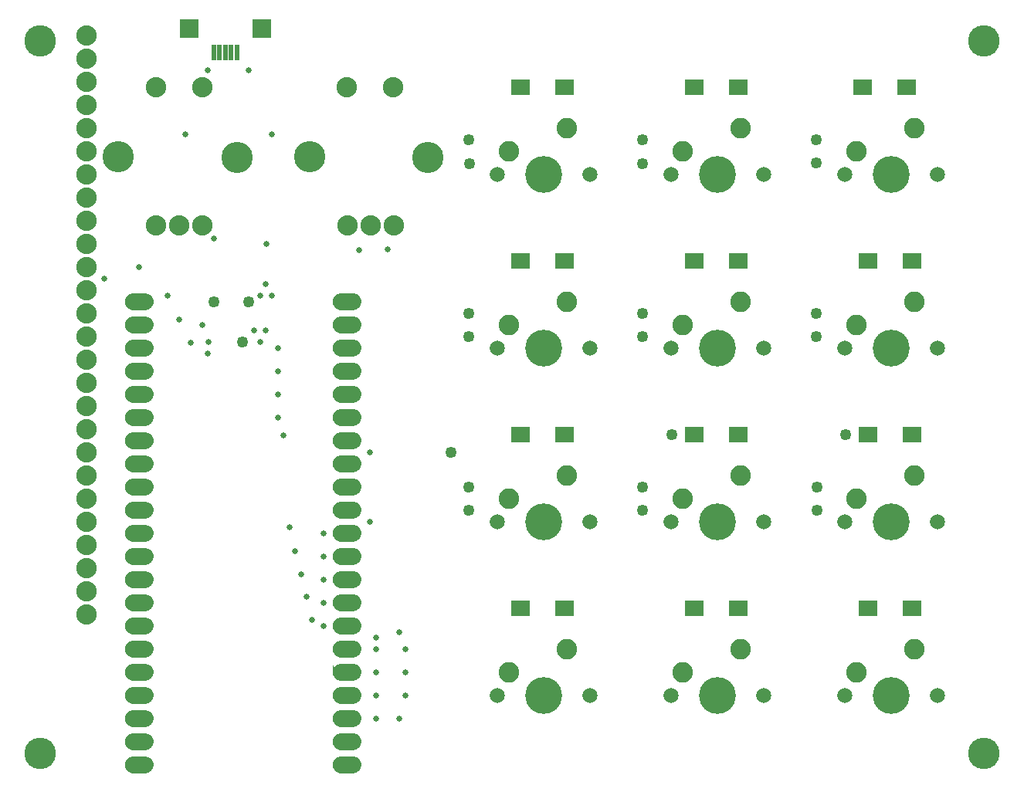
<source format=gts>
G04 MADE WITH FRITZING*
G04 WWW.FRITZING.ORG*
G04 DOUBLE SIDED*
G04 HOLES PLATED*
G04 CONTOUR ON CENTER OF CONTOUR VECTOR*
%ASAXBY*%
%FSLAX23Y23*%
%MOIN*%
%OFA0B0*%
%SFA1.0B1.0*%
%ADD10C,0.135000*%
%ADD11C,0.088000*%
%ADD12C,0.025748*%
%ADD13C,0.049370*%
%ADD14C,0.062000*%
%ADD15C,0.088639*%
%ADD16C,0.158908*%
%ADD17C,0.065278*%
%ADD18C,0.135984*%
%ADD19R,0.079685X0.067874*%
%ADD20R,0.023779X0.065118*%
%ADD21R,0.080866X0.084803*%
%ADD22R,0.001000X0.001000*%
%LNMASK1*%
G90*
G70*
G54D10*
X945Y2677D03*
X434Y2679D03*
G54D11*
X596Y2979D03*
X796Y2979D03*
X797Y2385D03*
X697Y2385D03*
X597Y2385D03*
G54D10*
X1770Y2677D03*
X1259Y2679D03*
G54D11*
X1421Y2979D03*
X1621Y2979D03*
X1622Y2385D03*
X1522Y2385D03*
X1422Y2385D03*
G54D12*
X722Y2778D03*
X1097Y2778D03*
X797Y1954D03*
X646Y2079D03*
X696Y1978D03*
X746Y1878D03*
X1146Y1478D03*
X1122Y1553D03*
X1122Y1655D03*
X1122Y1754D03*
X1122Y1853D03*
X1646Y628D03*
X1547Y604D03*
X1646Y254D03*
X1547Y254D03*
X1672Y353D03*
X1547Y353D03*
X1672Y454D03*
X1547Y454D03*
X1547Y554D03*
X1672Y554D03*
X1321Y653D03*
X1271Y679D03*
X1321Y753D03*
X1246Y779D03*
X1321Y854D03*
X1222Y878D03*
X1321Y954D03*
X1196Y978D03*
X1321Y1054D03*
X1172Y1079D03*
X1521Y1103D03*
X1521Y1404D03*
X821Y3054D03*
X997Y3054D03*
X821Y1829D03*
X822Y1879D03*
X1472Y2278D03*
X1597Y2279D03*
X1046Y2079D03*
X1071Y2129D03*
X1096Y2079D03*
X1021Y1929D03*
X1046Y1879D03*
X1071Y1929D03*
X1072Y2304D03*
X847Y2328D03*
X372Y2153D03*
X522Y2203D03*
G54D11*
X296Y704D03*
X296Y804D03*
X296Y904D03*
X296Y1004D03*
X296Y1104D03*
X296Y1204D03*
X296Y1304D03*
X296Y1404D03*
X296Y1504D03*
X296Y1604D03*
X296Y1704D03*
X296Y1804D03*
X296Y1904D03*
X296Y2004D03*
X296Y2104D03*
X296Y2204D03*
X296Y2304D03*
X296Y2404D03*
X296Y2504D03*
X296Y2604D03*
X296Y2704D03*
X296Y2804D03*
X296Y2904D03*
X296Y3004D03*
X296Y3104D03*
X296Y3204D03*
G54D13*
X1947Y2754D03*
X1948Y2652D03*
X2695Y2652D03*
X2695Y2754D03*
X3447Y2654D03*
X3447Y2754D03*
X1946Y1903D03*
X2697Y1903D03*
X3446Y1903D03*
X3446Y2005D03*
X2697Y2005D03*
X1946Y2005D03*
X3448Y1254D03*
X3448Y1153D03*
X2695Y1254D03*
X2695Y1153D03*
X1946Y1254D03*
X1946Y1153D03*
X2822Y1479D03*
X3572Y1479D03*
G54D14*
X521Y2054D03*
X521Y1954D03*
X521Y1854D03*
X521Y1754D03*
X521Y1654D03*
X521Y1554D03*
X521Y1454D03*
X521Y1354D03*
X521Y1254D03*
X521Y1154D03*
X521Y1054D03*
X521Y954D03*
X521Y854D03*
X521Y754D03*
X521Y654D03*
X521Y554D03*
X521Y454D03*
X521Y354D03*
X521Y254D03*
X521Y154D03*
X521Y54D03*
X1421Y54D03*
X1421Y154D03*
X1421Y254D03*
X1421Y354D03*
X1421Y454D03*
X1421Y554D03*
X1421Y654D03*
X1421Y754D03*
X1421Y854D03*
X1421Y954D03*
X1421Y1054D03*
X1421Y1154D03*
X1421Y1254D03*
X1421Y1354D03*
X1421Y1454D03*
X1421Y1554D03*
X1421Y1654D03*
X1421Y1754D03*
X1421Y1854D03*
X1421Y1954D03*
X1421Y2054D03*
G54D15*
X2121Y2704D03*
X2371Y2804D03*
G54D16*
X2271Y2604D03*
G54D17*
X2071Y2604D03*
X2471Y2604D03*
G54D15*
X2871Y2704D03*
X3121Y2804D03*
G54D16*
X3021Y2604D03*
G54D17*
X2821Y2604D03*
X3221Y2604D03*
G54D15*
X3621Y2704D03*
X3871Y2804D03*
G54D16*
X3771Y2604D03*
G54D17*
X3571Y2604D03*
X3971Y2604D03*
G54D15*
X2121Y1954D03*
X2371Y2054D03*
G54D16*
X2271Y1854D03*
G54D17*
X2071Y1854D03*
X2471Y1854D03*
G54D15*
X2871Y1954D03*
X3121Y2054D03*
G54D16*
X3021Y1854D03*
G54D17*
X2821Y1854D03*
X3221Y1854D03*
G54D15*
X3621Y1954D03*
X3871Y2054D03*
G54D16*
X3771Y1854D03*
G54D17*
X3571Y1854D03*
X3971Y1854D03*
G54D15*
X2121Y1204D03*
X2371Y1304D03*
G54D16*
X2271Y1104D03*
G54D17*
X2071Y1104D03*
X2471Y1104D03*
G54D15*
X2871Y1204D03*
X3121Y1304D03*
G54D16*
X3021Y1104D03*
G54D17*
X2821Y1104D03*
X3221Y1104D03*
G54D15*
X3621Y1204D03*
X3871Y1304D03*
G54D16*
X3771Y1104D03*
G54D17*
X3571Y1104D03*
X3971Y1104D03*
G54D15*
X2121Y454D03*
X2371Y554D03*
G54D16*
X2271Y354D03*
G54D17*
X2071Y354D03*
X2471Y354D03*
G54D15*
X2871Y454D03*
X3121Y554D03*
G54D16*
X3021Y354D03*
G54D17*
X2821Y354D03*
X3221Y354D03*
G54D15*
X3621Y454D03*
X3871Y554D03*
G54D16*
X3771Y354D03*
G54D17*
X3571Y354D03*
X3971Y354D03*
G54D18*
X96Y3179D03*
X96Y104D03*
X4171Y104D03*
X4171Y3179D03*
G54D13*
X996Y2054D03*
X846Y2054D03*
X971Y1879D03*
X1871Y1403D03*
G54D19*
X3860Y729D03*
X3671Y729D03*
X3110Y729D03*
X2921Y729D03*
X2360Y729D03*
X2171Y729D03*
X3860Y1479D03*
X3671Y1479D03*
X3110Y1479D03*
X2921Y1479D03*
X2360Y1479D03*
X2171Y1479D03*
X3860Y2229D03*
X3671Y2229D03*
X3110Y2229D03*
X2921Y2229D03*
X2360Y2229D03*
X2171Y2229D03*
X3835Y2979D03*
X3646Y2979D03*
X3110Y2979D03*
X2921Y2979D03*
X2360Y2979D03*
X2171Y2979D03*
G54D20*
X947Y3129D03*
X845Y3129D03*
X921Y3129D03*
X896Y3129D03*
X870Y3129D03*
G54D21*
X1053Y3233D03*
X738Y3233D03*
G54D22*
X496Y2090D02*
X551Y2090D01*
X1393Y2090D02*
X1448Y2090D01*
X490Y2089D02*
X557Y2089D01*
X1387Y2089D02*
X1454Y2089D01*
X486Y2088D02*
X560Y2088D01*
X1383Y2088D02*
X1457Y2088D01*
X484Y2087D02*
X563Y2087D01*
X1381Y2087D02*
X1460Y2087D01*
X482Y2086D02*
X565Y2086D01*
X1379Y2086D02*
X1462Y2086D01*
X480Y2085D02*
X567Y2085D01*
X1377Y2085D02*
X1464Y2085D01*
X478Y2084D02*
X569Y2084D01*
X1375Y2084D02*
X1466Y2084D01*
X477Y2083D02*
X570Y2083D01*
X1374Y2083D02*
X1467Y2083D01*
X475Y2082D02*
X572Y2082D01*
X1372Y2082D02*
X1468Y2082D01*
X474Y2081D02*
X573Y2081D01*
X1371Y2081D02*
X1470Y2081D01*
X473Y2080D02*
X574Y2080D01*
X1370Y2080D02*
X1471Y2080D01*
X472Y2079D02*
X575Y2079D01*
X1369Y2079D02*
X1472Y2079D01*
X471Y2078D02*
X576Y2078D01*
X1368Y2078D02*
X1473Y2078D01*
X470Y2077D02*
X577Y2077D01*
X1367Y2077D02*
X1474Y2077D01*
X470Y2076D02*
X577Y2076D01*
X1366Y2076D02*
X1474Y2076D01*
X469Y2075D02*
X578Y2075D01*
X1366Y2075D02*
X1475Y2075D01*
X468Y2074D02*
X579Y2074D01*
X1365Y2074D02*
X1476Y2074D01*
X468Y2073D02*
X579Y2073D01*
X1364Y2073D02*
X1476Y2073D01*
X467Y2072D02*
X580Y2072D01*
X1364Y2072D02*
X1477Y2072D01*
X466Y2071D02*
X581Y2071D01*
X1363Y2071D02*
X1477Y2071D01*
X466Y2070D02*
X581Y2070D01*
X1363Y2070D02*
X1478Y2070D01*
X465Y2069D02*
X581Y2069D01*
X1362Y2069D02*
X1478Y2069D01*
X465Y2068D02*
X582Y2068D01*
X1362Y2068D02*
X1479Y2068D01*
X465Y2067D02*
X582Y2067D01*
X1361Y2067D02*
X1479Y2067D01*
X464Y2066D02*
X583Y2066D01*
X1361Y2066D02*
X1480Y2066D01*
X464Y2065D02*
X583Y2065D01*
X1361Y2065D02*
X1480Y2065D01*
X464Y2064D02*
X583Y2064D01*
X1360Y2064D02*
X1480Y2064D01*
X463Y2063D02*
X584Y2063D01*
X1360Y2063D02*
X1480Y2063D01*
X463Y2062D02*
X584Y2062D01*
X1360Y2062D02*
X1481Y2062D01*
X463Y2061D02*
X584Y2061D01*
X1360Y2061D02*
X1481Y2061D01*
X463Y2060D02*
X522Y2060D01*
X527Y2060D02*
X584Y2060D01*
X1359Y2060D02*
X1418Y2060D01*
X1423Y2060D02*
X1481Y2060D01*
X462Y2059D02*
X520Y2059D01*
X528Y2059D02*
X584Y2059D01*
X1359Y2059D02*
X1416Y2059D01*
X1424Y2059D02*
X1481Y2059D01*
X462Y2058D02*
X519Y2058D01*
X529Y2058D02*
X585Y2058D01*
X1359Y2058D02*
X1415Y2058D01*
X1425Y2058D02*
X1482Y2058D01*
X462Y2057D02*
X518Y2057D01*
X530Y2057D02*
X585Y2057D01*
X1359Y2057D02*
X1414Y2057D01*
X1426Y2057D02*
X1482Y2057D01*
X462Y2056D02*
X518Y2056D01*
X531Y2056D02*
X585Y2056D01*
X1359Y2056D02*
X1414Y2056D01*
X1427Y2056D02*
X1482Y2056D01*
X462Y2055D02*
X518Y2055D01*
X531Y2055D02*
X585Y2055D01*
X1359Y2055D02*
X1414Y2055D01*
X1427Y2055D02*
X1482Y2055D01*
X462Y2054D02*
X518Y2054D01*
X531Y2054D02*
X585Y2054D01*
X1359Y2054D02*
X1414Y2054D01*
X1427Y2054D02*
X1482Y2054D01*
X462Y2053D02*
X518Y2053D01*
X531Y2053D02*
X585Y2053D01*
X1359Y2053D02*
X1414Y2053D01*
X1427Y2053D02*
X1482Y2053D01*
X462Y2052D02*
X518Y2052D01*
X530Y2052D02*
X585Y2052D01*
X1359Y2052D02*
X1414Y2052D01*
X1427Y2052D02*
X1482Y2052D01*
X462Y2051D02*
X519Y2051D01*
X530Y2051D02*
X585Y2051D01*
X1359Y2051D02*
X1415Y2051D01*
X1426Y2051D02*
X1482Y2051D01*
X462Y2050D02*
X519Y2050D01*
X529Y2050D02*
X585Y2050D01*
X1359Y2050D02*
X1416Y2050D01*
X1425Y2050D02*
X1481Y2050D01*
X462Y2049D02*
X521Y2049D01*
X528Y2049D02*
X584Y2049D01*
X1359Y2049D02*
X1417Y2049D01*
X1424Y2049D02*
X1481Y2049D01*
X463Y2048D02*
X584Y2048D01*
X1359Y2048D02*
X1481Y2048D01*
X463Y2047D02*
X584Y2047D01*
X1359Y2047D02*
X1481Y2047D01*
X463Y2046D02*
X584Y2046D01*
X1359Y2046D02*
X1481Y2046D01*
X463Y2045D02*
X584Y2045D01*
X1359Y2045D02*
X1480Y2045D01*
X464Y2044D02*
X583Y2044D01*
X1360Y2044D02*
X1480Y2044D01*
X464Y2043D02*
X583Y2043D01*
X1361Y2043D02*
X1480Y2043D01*
X464Y2042D02*
X583Y2042D01*
X1361Y2042D02*
X1479Y2042D01*
X465Y2041D02*
X582Y2041D01*
X1362Y2041D02*
X1479Y2041D01*
X465Y2040D02*
X582Y2040D01*
X1362Y2040D02*
X1479Y2040D01*
X466Y2039D02*
X581Y2039D01*
X1362Y2039D02*
X1478Y2039D01*
X466Y2038D02*
X581Y2038D01*
X1363Y2038D02*
X1478Y2038D01*
X467Y2037D02*
X580Y2037D01*
X1363Y2037D02*
X1477Y2037D01*
X467Y2036D02*
X580Y2036D01*
X1364Y2036D02*
X1477Y2036D01*
X468Y2035D02*
X579Y2035D01*
X1365Y2035D02*
X1476Y2035D01*
X468Y2034D02*
X579Y2034D01*
X1365Y2034D02*
X1475Y2034D01*
X469Y2033D02*
X578Y2033D01*
X1366Y2033D02*
X1475Y2033D01*
X470Y2032D02*
X577Y2032D01*
X1367Y2032D02*
X1474Y2032D01*
X470Y2031D02*
X576Y2031D01*
X1367Y2031D02*
X1473Y2031D01*
X471Y2030D02*
X576Y2030D01*
X1368Y2030D02*
X1472Y2030D01*
X472Y2029D02*
X575Y2029D01*
X1369Y2029D02*
X1472Y2029D01*
X473Y2028D02*
X574Y2028D01*
X1370Y2028D02*
X1470Y2028D01*
X474Y2027D02*
X572Y2027D01*
X1371Y2027D02*
X1469Y2027D01*
X476Y2026D02*
X571Y2026D01*
X1373Y2026D02*
X1468Y2026D01*
X477Y2025D02*
X570Y2025D01*
X1374Y2025D02*
X1467Y2025D01*
X479Y2024D02*
X568Y2024D01*
X1375Y2024D02*
X1465Y2024D01*
X480Y2023D02*
X567Y2023D01*
X1377Y2023D02*
X1463Y2023D01*
X482Y2022D02*
X565Y2022D01*
X1379Y2022D02*
X1462Y2022D01*
X484Y2021D02*
X562Y2021D01*
X1381Y2021D02*
X1459Y2021D01*
X487Y2020D02*
X560Y2020D01*
X1384Y2020D02*
X1457Y2020D01*
X491Y2019D02*
X556Y2019D01*
X1388Y2019D02*
X1453Y2019D01*
X496Y1990D02*
X551Y1990D01*
X1393Y1990D02*
X1448Y1990D01*
X490Y1989D02*
X557Y1989D01*
X1387Y1989D02*
X1454Y1989D01*
X486Y1988D02*
X560Y1988D01*
X1383Y1988D02*
X1457Y1988D01*
X484Y1987D02*
X563Y1987D01*
X1381Y1987D02*
X1460Y1987D01*
X482Y1986D02*
X565Y1986D01*
X1379Y1986D02*
X1462Y1986D01*
X480Y1985D02*
X567Y1985D01*
X1377Y1985D02*
X1464Y1985D01*
X478Y1984D02*
X569Y1984D01*
X1375Y1984D02*
X1466Y1984D01*
X477Y1983D02*
X570Y1983D01*
X1374Y1983D02*
X1467Y1983D01*
X475Y1982D02*
X572Y1982D01*
X1372Y1982D02*
X1468Y1982D01*
X474Y1981D02*
X573Y1981D01*
X1371Y1981D02*
X1470Y1981D01*
X473Y1980D02*
X574Y1980D01*
X1370Y1980D02*
X1471Y1980D01*
X472Y1979D02*
X575Y1979D01*
X1369Y1979D02*
X1472Y1979D01*
X471Y1978D02*
X576Y1978D01*
X1368Y1978D02*
X1473Y1978D01*
X470Y1977D02*
X577Y1977D01*
X1367Y1977D02*
X1474Y1977D01*
X469Y1976D02*
X577Y1976D01*
X1366Y1976D02*
X1474Y1976D01*
X469Y1975D02*
X578Y1975D01*
X1366Y1975D02*
X1475Y1975D01*
X468Y1974D02*
X579Y1974D01*
X1365Y1974D02*
X1476Y1974D01*
X467Y1973D02*
X579Y1973D01*
X1364Y1973D02*
X1476Y1973D01*
X467Y1972D02*
X580Y1972D01*
X1364Y1972D02*
X1477Y1972D01*
X466Y1971D02*
X580Y1971D01*
X1363Y1971D02*
X1477Y1971D01*
X466Y1970D02*
X581Y1970D01*
X1363Y1970D02*
X1478Y1970D01*
X465Y1969D02*
X581Y1969D01*
X1362Y1969D02*
X1478Y1969D01*
X465Y1968D02*
X582Y1968D01*
X1362Y1968D02*
X1479Y1968D01*
X465Y1967D02*
X582Y1967D01*
X1361Y1967D02*
X1479Y1967D01*
X464Y1966D02*
X583Y1966D01*
X1361Y1966D02*
X1480Y1966D01*
X464Y1965D02*
X583Y1965D01*
X1361Y1965D02*
X1480Y1965D01*
X463Y1964D02*
X583Y1964D01*
X1360Y1964D02*
X1480Y1964D01*
X463Y1963D02*
X584Y1963D01*
X1360Y1963D02*
X1480Y1963D01*
X463Y1962D02*
X584Y1962D01*
X1360Y1962D02*
X1481Y1962D01*
X463Y1961D02*
X584Y1961D01*
X1360Y1961D02*
X1481Y1961D01*
X462Y1960D02*
X522Y1960D01*
X526Y1960D02*
X584Y1960D01*
X1359Y1960D02*
X1418Y1960D01*
X1423Y1960D02*
X1481Y1960D01*
X462Y1959D02*
X520Y1959D01*
X528Y1959D02*
X584Y1959D01*
X1359Y1959D02*
X1416Y1959D01*
X1425Y1959D02*
X1481Y1959D01*
X462Y1958D02*
X519Y1958D01*
X529Y1958D02*
X585Y1958D01*
X1359Y1958D02*
X1415Y1958D01*
X1426Y1958D02*
X1482Y1958D01*
X462Y1957D02*
X518Y1957D01*
X530Y1957D02*
X585Y1957D01*
X1359Y1957D02*
X1414Y1957D01*
X1426Y1957D02*
X1482Y1957D01*
X462Y1956D02*
X518Y1956D01*
X531Y1956D02*
X585Y1956D01*
X1359Y1956D02*
X1414Y1956D01*
X1427Y1956D02*
X1482Y1956D01*
X462Y1955D02*
X518Y1955D01*
X531Y1955D02*
X585Y1955D01*
X1359Y1955D02*
X1414Y1955D01*
X1427Y1955D02*
X1482Y1955D01*
X462Y1954D02*
X517Y1954D01*
X531Y1954D02*
X585Y1954D01*
X1359Y1954D02*
X1414Y1954D01*
X1427Y1954D02*
X1482Y1954D01*
X462Y1953D02*
X518Y1953D01*
X531Y1953D02*
X585Y1953D01*
X1359Y1953D02*
X1414Y1953D01*
X1427Y1953D02*
X1482Y1953D01*
X462Y1952D02*
X518Y1952D01*
X530Y1952D02*
X585Y1952D01*
X1359Y1952D02*
X1414Y1952D01*
X1427Y1952D02*
X1482Y1952D01*
X462Y1951D02*
X518Y1951D01*
X530Y1951D02*
X585Y1951D01*
X1359Y1951D02*
X1415Y1951D01*
X1426Y1951D02*
X1482Y1951D01*
X462Y1950D02*
X519Y1950D01*
X529Y1950D02*
X585Y1950D01*
X1359Y1950D02*
X1415Y1950D01*
X1425Y1950D02*
X1481Y1950D01*
X462Y1949D02*
X520Y1949D01*
X528Y1949D02*
X584Y1949D01*
X1359Y1949D02*
X1417Y1949D01*
X1424Y1949D02*
X1481Y1949D01*
X463Y1948D02*
X584Y1948D01*
X1359Y1948D02*
X1481Y1948D01*
X463Y1947D02*
X584Y1947D01*
X1359Y1947D02*
X1481Y1947D01*
X463Y1946D02*
X584Y1946D01*
X1359Y1946D02*
X1481Y1946D01*
X463Y1945D02*
X583Y1945D01*
X1359Y1945D02*
X1480Y1945D01*
X464Y1944D02*
X583Y1944D01*
X1360Y1944D02*
X1480Y1944D01*
X464Y1943D02*
X583Y1943D01*
X1361Y1943D02*
X1480Y1943D01*
X464Y1942D02*
X582Y1942D01*
X1361Y1942D02*
X1479Y1942D01*
X465Y1941D02*
X582Y1941D01*
X1362Y1941D02*
X1479Y1941D01*
X465Y1940D02*
X582Y1940D01*
X1362Y1940D02*
X1479Y1940D01*
X465Y1939D02*
X581Y1939D01*
X1362Y1939D02*
X1478Y1939D01*
X466Y1938D02*
X581Y1938D01*
X1363Y1938D02*
X1478Y1938D01*
X466Y1937D02*
X580Y1937D01*
X1363Y1937D02*
X1477Y1937D01*
X467Y1936D02*
X580Y1936D01*
X1364Y1936D02*
X1477Y1936D01*
X468Y1935D02*
X579Y1935D01*
X1365Y1935D02*
X1476Y1935D01*
X468Y1934D02*
X579Y1934D01*
X1365Y1934D02*
X1475Y1934D01*
X469Y1933D02*
X578Y1933D01*
X1366Y1933D02*
X1475Y1933D01*
X470Y1932D02*
X577Y1932D01*
X1367Y1932D02*
X1474Y1932D01*
X470Y1931D02*
X576Y1931D01*
X1367Y1931D02*
X1473Y1931D01*
X471Y1930D02*
X575Y1930D01*
X1368Y1930D02*
X1472Y1930D01*
X472Y1929D02*
X575Y1929D01*
X1369Y1929D02*
X1472Y1929D01*
X473Y1928D02*
X574Y1928D01*
X1370Y1928D02*
X1470Y1928D01*
X474Y1927D02*
X572Y1927D01*
X1371Y1927D02*
X1469Y1927D01*
X476Y1926D02*
X571Y1926D01*
X1373Y1926D02*
X1468Y1926D01*
X477Y1925D02*
X570Y1925D01*
X1374Y1925D02*
X1467Y1925D01*
X479Y1924D02*
X568Y1924D01*
X1375Y1924D02*
X1465Y1924D01*
X480Y1923D02*
X567Y1923D01*
X1377Y1923D02*
X1463Y1923D01*
X482Y1922D02*
X565Y1922D01*
X1379Y1922D02*
X1461Y1922D01*
X484Y1921D02*
X562Y1921D01*
X1381Y1921D02*
X1459Y1921D01*
X487Y1920D02*
X560Y1920D01*
X1384Y1920D02*
X1457Y1920D01*
X491Y1919D02*
X556Y1919D01*
X1388Y1919D02*
X1453Y1919D01*
X496Y1890D02*
X551Y1890D01*
X1393Y1890D02*
X1448Y1890D01*
X490Y1889D02*
X557Y1889D01*
X1387Y1889D02*
X1454Y1889D01*
X486Y1888D02*
X560Y1888D01*
X1383Y1888D02*
X1457Y1888D01*
X484Y1887D02*
X563Y1887D01*
X1381Y1887D02*
X1460Y1887D01*
X482Y1886D02*
X565Y1886D01*
X1379Y1886D02*
X1462Y1886D01*
X480Y1885D02*
X567Y1885D01*
X1377Y1885D02*
X1464Y1885D01*
X478Y1884D02*
X569Y1884D01*
X1375Y1884D02*
X1466Y1884D01*
X477Y1883D02*
X570Y1883D01*
X1374Y1883D02*
X1467Y1883D01*
X475Y1882D02*
X572Y1882D01*
X1372Y1882D02*
X1469Y1882D01*
X474Y1881D02*
X573Y1881D01*
X1371Y1881D02*
X1470Y1881D01*
X473Y1880D02*
X574Y1880D01*
X1370Y1880D02*
X1471Y1880D01*
X472Y1879D02*
X575Y1879D01*
X1369Y1879D02*
X1472Y1879D01*
X471Y1878D02*
X576Y1878D01*
X1368Y1878D02*
X1473Y1878D01*
X470Y1877D02*
X577Y1877D01*
X1367Y1877D02*
X1474Y1877D01*
X469Y1876D02*
X577Y1876D01*
X1366Y1876D02*
X1474Y1876D01*
X469Y1875D02*
X578Y1875D01*
X1366Y1875D02*
X1475Y1875D01*
X468Y1874D02*
X579Y1874D01*
X1365Y1874D02*
X1476Y1874D01*
X467Y1873D02*
X579Y1873D01*
X1364Y1873D02*
X1476Y1873D01*
X467Y1872D02*
X580Y1872D01*
X1364Y1872D02*
X1477Y1872D01*
X466Y1871D02*
X580Y1871D01*
X1363Y1871D02*
X1477Y1871D01*
X466Y1870D02*
X581Y1870D01*
X1363Y1870D02*
X1478Y1870D01*
X465Y1869D02*
X581Y1869D01*
X1362Y1869D02*
X1478Y1869D01*
X465Y1868D02*
X582Y1868D01*
X1362Y1868D02*
X1479Y1868D01*
X464Y1867D02*
X582Y1867D01*
X1361Y1867D02*
X1479Y1867D01*
X464Y1866D02*
X583Y1866D01*
X1361Y1866D02*
X1480Y1866D01*
X464Y1865D02*
X583Y1865D01*
X1361Y1865D02*
X1480Y1865D01*
X463Y1864D02*
X583Y1864D01*
X1360Y1864D02*
X1480Y1864D01*
X463Y1863D02*
X584Y1863D01*
X1360Y1863D02*
X1480Y1863D01*
X463Y1862D02*
X584Y1862D01*
X1360Y1862D02*
X1481Y1862D01*
X463Y1861D02*
X584Y1861D01*
X1360Y1861D02*
X1481Y1861D01*
X462Y1860D02*
X522Y1860D01*
X526Y1860D02*
X584Y1860D01*
X1359Y1860D02*
X1418Y1860D01*
X1423Y1860D02*
X1481Y1860D01*
X462Y1859D02*
X520Y1859D01*
X528Y1859D02*
X584Y1859D01*
X1359Y1859D02*
X1416Y1859D01*
X1425Y1859D02*
X1481Y1859D01*
X462Y1858D02*
X519Y1858D01*
X529Y1858D02*
X585Y1858D01*
X1359Y1858D02*
X1415Y1858D01*
X1426Y1858D02*
X1482Y1858D01*
X462Y1857D02*
X518Y1857D01*
X530Y1857D02*
X585Y1857D01*
X1359Y1857D02*
X1414Y1857D01*
X1426Y1857D02*
X1482Y1857D01*
X462Y1856D02*
X518Y1856D01*
X531Y1856D02*
X585Y1856D01*
X1359Y1856D02*
X1414Y1856D01*
X1427Y1856D02*
X1482Y1856D01*
X462Y1855D02*
X517Y1855D01*
X531Y1855D02*
X585Y1855D01*
X1359Y1855D02*
X1414Y1855D01*
X1427Y1855D02*
X1482Y1855D01*
X462Y1854D02*
X517Y1854D01*
X531Y1854D02*
X585Y1854D01*
X1359Y1854D02*
X1414Y1854D01*
X1427Y1854D02*
X1482Y1854D01*
X462Y1853D02*
X518Y1853D01*
X531Y1853D02*
X585Y1853D01*
X1359Y1853D02*
X1414Y1853D01*
X1427Y1853D02*
X1482Y1853D01*
X462Y1852D02*
X518Y1852D01*
X530Y1852D02*
X585Y1852D01*
X1359Y1852D02*
X1414Y1852D01*
X1427Y1852D02*
X1482Y1852D01*
X462Y1851D02*
X518Y1851D01*
X530Y1851D02*
X585Y1851D01*
X1359Y1851D02*
X1415Y1851D01*
X1426Y1851D02*
X1482Y1851D01*
X462Y1850D02*
X519Y1850D01*
X529Y1850D02*
X585Y1850D01*
X1359Y1850D02*
X1415Y1850D01*
X1425Y1850D02*
X1481Y1850D01*
X462Y1849D02*
X521Y1849D01*
X528Y1849D02*
X584Y1849D01*
X1359Y1849D02*
X1417Y1849D01*
X1424Y1849D02*
X1481Y1849D01*
X462Y1848D02*
X584Y1848D01*
X1359Y1848D02*
X1481Y1848D01*
X463Y1847D02*
X584Y1847D01*
X1359Y1847D02*
X1481Y1847D01*
X463Y1846D02*
X584Y1846D01*
X1359Y1846D02*
X1481Y1846D01*
X463Y1845D02*
X583Y1845D01*
X1359Y1845D02*
X1480Y1845D01*
X463Y1844D02*
X583Y1844D01*
X1360Y1844D02*
X1480Y1844D01*
X464Y1843D02*
X583Y1843D01*
X1361Y1843D02*
X1480Y1843D01*
X464Y1842D02*
X582Y1842D01*
X1361Y1842D02*
X1479Y1842D01*
X465Y1841D02*
X582Y1841D01*
X1362Y1841D02*
X1479Y1841D01*
X465Y1840D02*
X582Y1840D01*
X1362Y1840D02*
X1479Y1840D01*
X465Y1839D02*
X581Y1839D01*
X1362Y1839D02*
X1478Y1839D01*
X466Y1838D02*
X581Y1838D01*
X1363Y1838D02*
X1478Y1838D01*
X466Y1837D02*
X580Y1837D01*
X1363Y1837D02*
X1477Y1837D01*
X467Y1836D02*
X580Y1836D01*
X1364Y1836D02*
X1477Y1836D01*
X468Y1835D02*
X579Y1835D01*
X1365Y1835D02*
X1476Y1835D01*
X468Y1834D02*
X579Y1834D01*
X1365Y1834D02*
X1475Y1834D01*
X469Y1833D02*
X578Y1833D01*
X1366Y1833D02*
X1475Y1833D01*
X470Y1832D02*
X577Y1832D01*
X1367Y1832D02*
X1474Y1832D01*
X470Y1831D02*
X576Y1831D01*
X1367Y1831D02*
X1473Y1831D01*
X471Y1830D02*
X575Y1830D01*
X1368Y1830D02*
X1472Y1830D01*
X472Y1829D02*
X575Y1829D01*
X1369Y1829D02*
X1472Y1829D01*
X473Y1828D02*
X574Y1828D01*
X1370Y1828D02*
X1470Y1828D01*
X474Y1827D02*
X572Y1827D01*
X1371Y1827D02*
X1469Y1827D01*
X476Y1826D02*
X571Y1826D01*
X1373Y1826D02*
X1468Y1826D01*
X477Y1825D02*
X570Y1825D01*
X1374Y1825D02*
X1467Y1825D01*
X478Y1824D02*
X568Y1824D01*
X1375Y1824D02*
X1465Y1824D01*
X480Y1823D02*
X567Y1823D01*
X1377Y1823D02*
X1463Y1823D01*
X482Y1822D02*
X565Y1822D01*
X1379Y1822D02*
X1461Y1822D01*
X484Y1821D02*
X562Y1821D01*
X1381Y1821D02*
X1459Y1821D01*
X487Y1820D02*
X560Y1820D01*
X1384Y1820D02*
X1457Y1820D01*
X491Y1819D02*
X556Y1819D01*
X1388Y1819D02*
X1453Y1819D01*
X495Y1790D02*
X551Y1790D01*
X1392Y1790D02*
X1448Y1790D01*
X490Y1789D02*
X557Y1789D01*
X1387Y1789D02*
X1454Y1789D01*
X486Y1788D02*
X560Y1788D01*
X1383Y1788D02*
X1457Y1788D01*
X484Y1787D02*
X563Y1787D01*
X1381Y1787D02*
X1460Y1787D01*
X482Y1786D02*
X565Y1786D01*
X1379Y1786D02*
X1462Y1786D01*
X480Y1785D02*
X567Y1785D01*
X1377Y1785D02*
X1464Y1785D01*
X478Y1784D02*
X569Y1784D01*
X1375Y1784D02*
X1466Y1784D01*
X477Y1783D02*
X570Y1783D01*
X1374Y1783D02*
X1467Y1783D01*
X475Y1782D02*
X572Y1782D01*
X1372Y1782D02*
X1469Y1782D01*
X474Y1781D02*
X573Y1781D01*
X1371Y1781D02*
X1470Y1781D01*
X473Y1780D02*
X574Y1780D01*
X1370Y1780D02*
X1471Y1780D01*
X472Y1779D02*
X575Y1779D01*
X1369Y1779D02*
X1472Y1779D01*
X471Y1778D02*
X576Y1778D01*
X1368Y1778D02*
X1473Y1778D01*
X470Y1777D02*
X577Y1777D01*
X1367Y1777D02*
X1474Y1777D01*
X469Y1776D02*
X577Y1776D01*
X1366Y1776D02*
X1474Y1776D01*
X469Y1775D02*
X578Y1775D01*
X1366Y1775D02*
X1475Y1775D01*
X468Y1774D02*
X579Y1774D01*
X1365Y1774D02*
X1476Y1774D01*
X467Y1773D02*
X579Y1773D01*
X1364Y1773D02*
X1476Y1773D01*
X467Y1772D02*
X580Y1772D01*
X1364Y1772D02*
X1477Y1772D01*
X466Y1771D02*
X580Y1771D01*
X1363Y1771D02*
X1477Y1771D01*
X466Y1770D02*
X581Y1770D01*
X1363Y1770D02*
X1478Y1770D01*
X465Y1769D02*
X581Y1769D01*
X1362Y1769D02*
X1478Y1769D01*
X465Y1768D02*
X582Y1768D01*
X1362Y1768D02*
X1479Y1768D01*
X464Y1767D02*
X582Y1767D01*
X1361Y1767D02*
X1479Y1767D01*
X464Y1766D02*
X583Y1766D01*
X1361Y1766D02*
X1480Y1766D01*
X464Y1765D02*
X583Y1765D01*
X1361Y1765D02*
X1480Y1765D01*
X463Y1764D02*
X583Y1764D01*
X1360Y1764D02*
X1480Y1764D01*
X463Y1763D02*
X584Y1763D01*
X1360Y1763D02*
X1480Y1763D01*
X463Y1762D02*
X584Y1762D01*
X1360Y1762D02*
X1481Y1762D01*
X463Y1761D02*
X584Y1761D01*
X1360Y1761D02*
X1481Y1761D01*
X462Y1760D02*
X522Y1760D01*
X527Y1760D02*
X584Y1760D01*
X1359Y1760D02*
X1418Y1760D01*
X1423Y1760D02*
X1481Y1760D01*
X462Y1759D02*
X520Y1759D01*
X528Y1759D02*
X584Y1759D01*
X1359Y1759D02*
X1416Y1759D01*
X1425Y1759D02*
X1481Y1759D01*
X462Y1758D02*
X519Y1758D01*
X529Y1758D02*
X585Y1758D01*
X1359Y1758D02*
X1415Y1758D01*
X1426Y1758D02*
X1482Y1758D01*
X462Y1757D02*
X518Y1757D01*
X530Y1757D02*
X585Y1757D01*
X1359Y1757D02*
X1414Y1757D01*
X1426Y1757D02*
X1482Y1757D01*
X462Y1756D02*
X518Y1756D01*
X531Y1756D02*
X585Y1756D01*
X1359Y1756D02*
X1414Y1756D01*
X1427Y1756D02*
X1482Y1756D01*
X462Y1755D02*
X517Y1755D01*
X531Y1755D02*
X585Y1755D01*
X1359Y1755D02*
X1414Y1755D01*
X1427Y1755D02*
X1482Y1755D01*
X462Y1754D02*
X517Y1754D01*
X531Y1754D02*
X585Y1754D01*
X1359Y1754D02*
X1414Y1754D01*
X1427Y1754D02*
X1482Y1754D01*
X462Y1753D02*
X518Y1753D01*
X531Y1753D02*
X585Y1753D01*
X1359Y1753D02*
X1414Y1753D01*
X1427Y1753D02*
X1482Y1753D01*
X462Y1752D02*
X518Y1752D01*
X530Y1752D02*
X585Y1752D01*
X1359Y1752D02*
X1414Y1752D01*
X1427Y1752D02*
X1482Y1752D01*
X462Y1751D02*
X518Y1751D01*
X530Y1751D02*
X585Y1751D01*
X1359Y1751D02*
X1415Y1751D01*
X1426Y1751D02*
X1482Y1751D01*
X462Y1750D02*
X519Y1750D01*
X529Y1750D02*
X585Y1750D01*
X1359Y1750D02*
X1415Y1750D01*
X1425Y1750D02*
X1481Y1750D01*
X462Y1749D02*
X521Y1749D01*
X528Y1749D02*
X584Y1749D01*
X1359Y1749D02*
X1417Y1749D01*
X1424Y1749D02*
X1481Y1749D01*
X463Y1748D02*
X584Y1748D01*
X1359Y1748D02*
X1481Y1748D01*
X463Y1747D02*
X584Y1747D01*
X1359Y1747D02*
X1481Y1747D01*
X463Y1746D02*
X584Y1746D01*
X1359Y1746D02*
X1481Y1746D01*
X463Y1745D02*
X583Y1745D01*
X1359Y1745D02*
X1480Y1745D01*
X464Y1744D02*
X583Y1744D01*
X1360Y1744D02*
X1480Y1744D01*
X464Y1743D02*
X583Y1743D01*
X1361Y1743D02*
X1480Y1743D01*
X464Y1742D02*
X582Y1742D01*
X1361Y1742D02*
X1479Y1742D01*
X465Y1741D02*
X582Y1741D01*
X1362Y1741D02*
X1479Y1741D01*
X465Y1740D02*
X582Y1740D01*
X1362Y1740D02*
X1479Y1740D01*
X465Y1739D02*
X581Y1739D01*
X1362Y1739D02*
X1478Y1739D01*
X466Y1738D02*
X581Y1738D01*
X1363Y1738D02*
X1478Y1738D01*
X466Y1737D02*
X580Y1737D01*
X1363Y1737D02*
X1477Y1737D01*
X467Y1736D02*
X580Y1736D01*
X1364Y1736D02*
X1477Y1736D01*
X468Y1735D02*
X579Y1735D01*
X1365Y1735D02*
X1476Y1735D01*
X468Y1734D02*
X579Y1734D01*
X1365Y1734D02*
X1475Y1734D01*
X469Y1733D02*
X578Y1733D01*
X1366Y1733D02*
X1475Y1733D01*
X470Y1732D02*
X577Y1732D01*
X1367Y1732D02*
X1474Y1732D01*
X470Y1731D02*
X576Y1731D01*
X1367Y1731D02*
X1473Y1731D01*
X471Y1730D02*
X575Y1730D01*
X1368Y1730D02*
X1472Y1730D01*
X472Y1729D02*
X575Y1729D01*
X1369Y1729D02*
X1471Y1729D01*
X473Y1728D02*
X573Y1728D01*
X1370Y1728D02*
X1470Y1728D01*
X474Y1727D02*
X572Y1727D01*
X1371Y1727D02*
X1469Y1727D01*
X476Y1726D02*
X571Y1726D01*
X1373Y1726D02*
X1468Y1726D01*
X477Y1725D02*
X570Y1725D01*
X1374Y1725D02*
X1467Y1725D01*
X479Y1724D02*
X568Y1724D01*
X1376Y1724D02*
X1465Y1724D01*
X480Y1723D02*
X566Y1723D01*
X1377Y1723D02*
X1463Y1723D01*
X482Y1722D02*
X564Y1722D01*
X1379Y1722D02*
X1461Y1722D01*
X484Y1721D02*
X562Y1721D01*
X1381Y1721D02*
X1459Y1721D01*
X487Y1720D02*
X560Y1720D01*
X1384Y1720D02*
X1457Y1720D01*
X491Y1719D02*
X556Y1719D01*
X1388Y1719D02*
X1453Y1719D01*
X495Y1690D02*
X552Y1690D01*
X1392Y1690D02*
X1449Y1690D01*
X489Y1689D02*
X557Y1689D01*
X1386Y1689D02*
X1454Y1689D01*
X486Y1688D02*
X561Y1688D01*
X1383Y1688D02*
X1457Y1688D01*
X484Y1687D02*
X563Y1687D01*
X1381Y1687D02*
X1460Y1687D01*
X481Y1686D02*
X565Y1686D01*
X1378Y1686D02*
X1462Y1686D01*
X480Y1685D02*
X567Y1685D01*
X1377Y1685D02*
X1464Y1685D01*
X478Y1684D02*
X569Y1684D01*
X1375Y1684D02*
X1466Y1684D01*
X476Y1683D02*
X570Y1683D01*
X1373Y1683D02*
X1467Y1683D01*
X475Y1682D02*
X572Y1682D01*
X1372Y1682D02*
X1469Y1682D01*
X474Y1681D02*
X573Y1681D01*
X1371Y1681D02*
X1470Y1681D01*
X473Y1680D02*
X574Y1680D01*
X1370Y1680D02*
X1471Y1680D01*
X472Y1679D02*
X575Y1679D01*
X1369Y1679D02*
X1472Y1679D01*
X471Y1678D02*
X576Y1678D01*
X1368Y1678D02*
X1473Y1678D01*
X470Y1677D02*
X577Y1677D01*
X1367Y1677D02*
X1474Y1677D01*
X469Y1676D02*
X577Y1676D01*
X1366Y1676D02*
X1474Y1676D01*
X469Y1675D02*
X578Y1675D01*
X1366Y1675D02*
X1475Y1675D01*
X468Y1674D02*
X579Y1674D01*
X1365Y1674D02*
X1476Y1674D01*
X467Y1673D02*
X579Y1673D01*
X1364Y1673D02*
X1476Y1673D01*
X467Y1672D02*
X580Y1672D01*
X1364Y1672D02*
X1477Y1672D01*
X466Y1671D02*
X580Y1671D01*
X1363Y1671D02*
X1477Y1671D01*
X466Y1670D02*
X581Y1670D01*
X1363Y1670D02*
X1478Y1670D01*
X465Y1669D02*
X581Y1669D01*
X1362Y1669D02*
X1478Y1669D01*
X465Y1668D02*
X582Y1668D01*
X1362Y1668D02*
X1479Y1668D01*
X464Y1667D02*
X582Y1667D01*
X1361Y1667D02*
X1479Y1667D01*
X464Y1666D02*
X583Y1666D01*
X1361Y1666D02*
X1480Y1666D01*
X464Y1665D02*
X583Y1665D01*
X1361Y1665D02*
X1480Y1665D01*
X463Y1664D02*
X583Y1664D01*
X1360Y1664D02*
X1480Y1664D01*
X463Y1663D02*
X584Y1663D01*
X1360Y1663D02*
X1481Y1663D01*
X463Y1662D02*
X584Y1662D01*
X1360Y1662D02*
X1481Y1662D01*
X463Y1661D02*
X584Y1661D01*
X1360Y1661D02*
X1481Y1661D01*
X462Y1660D02*
X521Y1660D01*
X527Y1660D02*
X584Y1660D01*
X1359Y1660D02*
X1418Y1660D01*
X1423Y1660D02*
X1481Y1660D01*
X462Y1659D02*
X520Y1659D01*
X528Y1659D02*
X584Y1659D01*
X1359Y1659D02*
X1416Y1659D01*
X1424Y1659D02*
X1481Y1659D01*
X462Y1658D02*
X519Y1658D01*
X529Y1658D02*
X585Y1658D01*
X1359Y1658D02*
X1415Y1658D01*
X1425Y1658D02*
X1482Y1658D01*
X462Y1657D02*
X518Y1657D01*
X530Y1657D02*
X585Y1657D01*
X1359Y1657D02*
X1414Y1657D01*
X1426Y1657D02*
X1482Y1657D01*
X462Y1656D02*
X518Y1656D01*
X530Y1656D02*
X585Y1656D01*
X1359Y1656D02*
X1414Y1656D01*
X1427Y1656D02*
X1482Y1656D01*
X462Y1655D02*
X518Y1655D01*
X531Y1655D02*
X585Y1655D01*
X1359Y1655D02*
X1414Y1655D01*
X1427Y1655D02*
X1482Y1655D01*
X462Y1654D02*
X518Y1654D01*
X531Y1654D02*
X585Y1654D01*
X1359Y1654D02*
X1414Y1654D01*
X1427Y1654D02*
X1482Y1654D01*
X462Y1653D02*
X518Y1653D01*
X531Y1653D02*
X585Y1653D01*
X1359Y1653D02*
X1414Y1653D01*
X1427Y1653D02*
X1482Y1653D01*
X462Y1652D02*
X518Y1652D01*
X530Y1652D02*
X585Y1652D01*
X1359Y1652D02*
X1414Y1652D01*
X1426Y1652D02*
X1482Y1652D01*
X462Y1651D02*
X519Y1651D01*
X530Y1651D02*
X585Y1651D01*
X1359Y1651D02*
X1415Y1651D01*
X1426Y1651D02*
X1482Y1651D01*
X462Y1650D02*
X519Y1650D01*
X529Y1650D02*
X585Y1650D01*
X1359Y1650D02*
X1416Y1650D01*
X1425Y1650D02*
X1481Y1650D01*
X462Y1649D02*
X521Y1649D01*
X528Y1649D02*
X584Y1649D01*
X1359Y1649D02*
X1417Y1649D01*
X1424Y1649D02*
X1481Y1649D01*
X463Y1648D02*
X584Y1648D01*
X1359Y1648D02*
X1481Y1648D01*
X463Y1647D02*
X584Y1647D01*
X1359Y1647D02*
X1481Y1647D01*
X463Y1646D02*
X584Y1646D01*
X1359Y1646D02*
X1481Y1646D01*
X463Y1645D02*
X583Y1645D01*
X1359Y1645D02*
X1480Y1645D01*
X464Y1644D02*
X583Y1644D01*
X1360Y1644D02*
X1480Y1644D01*
X464Y1643D02*
X583Y1643D01*
X1361Y1643D02*
X1480Y1643D01*
X464Y1642D02*
X582Y1642D01*
X1361Y1642D02*
X1479Y1642D01*
X465Y1641D02*
X582Y1641D01*
X1362Y1641D02*
X1479Y1641D01*
X465Y1640D02*
X582Y1640D01*
X1362Y1640D02*
X1479Y1640D01*
X465Y1639D02*
X581Y1639D01*
X1362Y1639D02*
X1478Y1639D01*
X466Y1638D02*
X581Y1638D01*
X1363Y1638D02*
X1478Y1638D01*
X466Y1637D02*
X580Y1637D01*
X1363Y1637D02*
X1477Y1637D01*
X467Y1636D02*
X580Y1636D01*
X1364Y1636D02*
X1477Y1636D01*
X468Y1635D02*
X579Y1635D01*
X1365Y1635D02*
X1476Y1635D01*
X468Y1634D02*
X578Y1634D01*
X1365Y1634D02*
X1475Y1634D01*
X469Y1633D02*
X578Y1633D01*
X1366Y1633D02*
X1475Y1633D01*
X470Y1632D02*
X577Y1632D01*
X1367Y1632D02*
X1474Y1632D01*
X470Y1631D02*
X576Y1631D01*
X1367Y1631D02*
X1473Y1631D01*
X471Y1630D02*
X575Y1630D01*
X1368Y1630D02*
X1472Y1630D01*
X472Y1629D02*
X575Y1629D01*
X1369Y1629D02*
X1471Y1629D01*
X473Y1628D02*
X573Y1628D01*
X1370Y1628D02*
X1470Y1628D01*
X474Y1627D02*
X572Y1627D01*
X1371Y1627D02*
X1469Y1627D01*
X476Y1626D02*
X571Y1626D01*
X1373Y1626D02*
X1468Y1626D01*
X477Y1625D02*
X570Y1625D01*
X1374Y1625D02*
X1467Y1625D01*
X479Y1624D02*
X568Y1624D01*
X1376Y1624D02*
X1465Y1624D01*
X480Y1623D02*
X566Y1623D01*
X1377Y1623D02*
X1463Y1623D01*
X482Y1622D02*
X564Y1622D01*
X1379Y1622D02*
X1461Y1622D01*
X484Y1621D02*
X562Y1621D01*
X1381Y1621D02*
X1459Y1621D01*
X487Y1620D02*
X560Y1620D01*
X1384Y1620D02*
X1456Y1620D01*
X491Y1619D02*
X556Y1619D01*
X1388Y1619D02*
X1453Y1619D01*
X495Y1590D02*
X552Y1590D01*
X1392Y1590D02*
X1449Y1590D01*
X489Y1589D02*
X557Y1589D01*
X1386Y1589D02*
X1454Y1589D01*
X486Y1588D02*
X561Y1588D01*
X1383Y1588D02*
X1458Y1588D01*
X484Y1587D02*
X563Y1587D01*
X1381Y1587D02*
X1460Y1587D01*
X481Y1586D02*
X565Y1586D01*
X1378Y1586D02*
X1462Y1586D01*
X480Y1585D02*
X567Y1585D01*
X1377Y1585D02*
X1464Y1585D01*
X478Y1584D02*
X569Y1584D01*
X1375Y1584D02*
X1466Y1584D01*
X477Y1583D02*
X570Y1583D01*
X1373Y1583D02*
X1467Y1583D01*
X475Y1582D02*
X572Y1582D01*
X1372Y1582D02*
X1469Y1582D01*
X474Y1581D02*
X573Y1581D01*
X1371Y1581D02*
X1470Y1581D01*
X473Y1580D02*
X574Y1580D01*
X1370Y1580D02*
X1471Y1580D01*
X472Y1579D02*
X575Y1579D01*
X1369Y1579D02*
X1472Y1579D01*
X471Y1578D02*
X576Y1578D01*
X1368Y1578D02*
X1473Y1578D01*
X470Y1577D02*
X577Y1577D01*
X1367Y1577D02*
X1474Y1577D01*
X469Y1576D02*
X577Y1576D01*
X1366Y1576D02*
X1474Y1576D01*
X469Y1575D02*
X578Y1575D01*
X1366Y1575D02*
X1475Y1575D01*
X468Y1574D02*
X579Y1574D01*
X1365Y1574D02*
X1476Y1574D01*
X467Y1573D02*
X579Y1573D01*
X1364Y1573D02*
X1476Y1573D01*
X467Y1572D02*
X580Y1572D01*
X1364Y1572D02*
X1477Y1572D01*
X466Y1571D02*
X580Y1571D01*
X1363Y1571D02*
X1477Y1571D01*
X466Y1570D02*
X581Y1570D01*
X1363Y1570D02*
X1478Y1570D01*
X465Y1569D02*
X581Y1569D01*
X1362Y1569D02*
X1478Y1569D01*
X465Y1568D02*
X582Y1568D01*
X1362Y1568D02*
X1479Y1568D01*
X464Y1567D02*
X582Y1567D01*
X1361Y1567D02*
X1479Y1567D01*
X464Y1566D02*
X583Y1566D01*
X1361Y1566D02*
X1480Y1566D01*
X464Y1565D02*
X583Y1565D01*
X1361Y1565D02*
X1480Y1565D01*
X463Y1564D02*
X583Y1564D01*
X1360Y1564D02*
X1480Y1564D01*
X463Y1563D02*
X584Y1563D01*
X1360Y1563D02*
X1481Y1563D01*
X463Y1562D02*
X584Y1562D01*
X1360Y1562D02*
X1481Y1562D01*
X463Y1561D02*
X584Y1561D01*
X1360Y1561D02*
X1481Y1561D01*
X462Y1560D02*
X521Y1560D01*
X527Y1560D02*
X584Y1560D01*
X1359Y1560D02*
X1418Y1560D01*
X1423Y1560D02*
X1481Y1560D01*
X462Y1559D02*
X520Y1559D01*
X528Y1559D02*
X584Y1559D01*
X1359Y1559D02*
X1416Y1559D01*
X1424Y1559D02*
X1481Y1559D01*
X462Y1558D02*
X519Y1558D01*
X529Y1558D02*
X585Y1558D01*
X1359Y1558D02*
X1415Y1558D01*
X1425Y1558D02*
X1482Y1558D01*
X462Y1557D02*
X518Y1557D01*
X530Y1557D02*
X585Y1557D01*
X1359Y1557D02*
X1414Y1557D01*
X1426Y1557D02*
X1482Y1557D01*
X462Y1556D02*
X518Y1556D01*
X530Y1556D02*
X585Y1556D01*
X1359Y1556D02*
X1414Y1556D01*
X1427Y1556D02*
X1482Y1556D01*
X462Y1555D02*
X518Y1555D01*
X531Y1555D02*
X585Y1555D01*
X1359Y1555D02*
X1414Y1555D01*
X1427Y1555D02*
X1482Y1555D01*
X462Y1554D02*
X518Y1554D01*
X531Y1554D02*
X585Y1554D01*
X1359Y1554D02*
X1414Y1554D01*
X1427Y1554D02*
X1482Y1554D01*
X462Y1553D02*
X518Y1553D01*
X531Y1553D02*
X585Y1553D01*
X1359Y1553D02*
X1414Y1553D01*
X1427Y1553D02*
X1482Y1553D01*
X462Y1552D02*
X518Y1552D01*
X530Y1552D02*
X585Y1552D01*
X1359Y1552D02*
X1414Y1552D01*
X1426Y1552D02*
X1482Y1552D01*
X462Y1551D02*
X519Y1551D01*
X530Y1551D02*
X585Y1551D01*
X1359Y1551D02*
X1415Y1551D01*
X1426Y1551D02*
X1482Y1551D01*
X462Y1550D02*
X519Y1550D01*
X529Y1550D02*
X585Y1550D01*
X1359Y1550D02*
X1416Y1550D01*
X1425Y1550D02*
X1481Y1550D01*
X462Y1549D02*
X521Y1549D01*
X528Y1549D02*
X584Y1549D01*
X1359Y1549D02*
X1417Y1549D01*
X1424Y1549D02*
X1481Y1549D01*
X463Y1548D02*
X584Y1548D01*
X1359Y1548D02*
X1481Y1548D01*
X463Y1547D02*
X584Y1547D01*
X1359Y1547D02*
X1481Y1547D01*
X463Y1546D02*
X584Y1546D01*
X1359Y1546D02*
X1481Y1546D01*
X463Y1545D02*
X583Y1545D01*
X1359Y1545D02*
X1480Y1545D01*
X464Y1544D02*
X583Y1544D01*
X1360Y1544D02*
X1480Y1544D01*
X464Y1543D02*
X583Y1543D01*
X1361Y1543D02*
X1480Y1543D01*
X464Y1542D02*
X582Y1542D01*
X1361Y1542D02*
X1479Y1542D01*
X465Y1541D02*
X582Y1541D01*
X1362Y1541D02*
X1479Y1541D01*
X465Y1540D02*
X582Y1540D01*
X1362Y1540D02*
X1479Y1540D01*
X466Y1539D02*
X581Y1539D01*
X1362Y1539D02*
X1478Y1539D01*
X466Y1538D02*
X581Y1538D01*
X1363Y1538D02*
X1478Y1538D01*
X466Y1537D02*
X580Y1537D01*
X1363Y1537D02*
X1477Y1537D01*
X467Y1536D02*
X580Y1536D01*
X1364Y1536D02*
X1477Y1536D01*
X468Y1535D02*
X579Y1535D01*
X1365Y1535D02*
X1476Y1535D01*
X468Y1534D02*
X578Y1534D01*
X1365Y1534D02*
X1475Y1534D01*
X469Y1533D02*
X578Y1533D01*
X1366Y1533D02*
X1475Y1533D01*
X470Y1532D02*
X577Y1532D01*
X1367Y1532D02*
X1474Y1532D01*
X470Y1531D02*
X576Y1531D01*
X1367Y1531D02*
X1473Y1531D01*
X471Y1530D02*
X575Y1530D01*
X1368Y1530D02*
X1472Y1530D01*
X472Y1529D02*
X575Y1529D01*
X1369Y1529D02*
X1471Y1529D01*
X473Y1528D02*
X573Y1528D01*
X1370Y1528D02*
X1470Y1528D01*
X474Y1527D02*
X572Y1527D01*
X1371Y1527D02*
X1469Y1527D01*
X476Y1526D02*
X571Y1526D01*
X1373Y1526D02*
X1468Y1526D01*
X477Y1525D02*
X570Y1525D01*
X1374Y1525D02*
X1467Y1525D01*
X479Y1524D02*
X568Y1524D01*
X1376Y1524D02*
X1465Y1524D01*
X480Y1523D02*
X566Y1523D01*
X1377Y1523D02*
X1463Y1523D01*
X482Y1522D02*
X564Y1522D01*
X1379Y1522D02*
X1461Y1522D01*
X485Y1521D02*
X562Y1521D01*
X1382Y1521D02*
X1459Y1521D01*
X487Y1520D02*
X559Y1520D01*
X1384Y1520D02*
X1456Y1520D01*
X491Y1519D02*
X556Y1519D01*
X1388Y1519D02*
X1453Y1519D01*
X497Y1490D02*
X550Y1490D01*
X1394Y1490D02*
X1447Y1490D01*
X490Y1489D02*
X557Y1489D01*
X1387Y1489D02*
X1454Y1489D01*
X487Y1488D02*
X560Y1488D01*
X1383Y1488D02*
X1457Y1488D01*
X484Y1487D02*
X563Y1487D01*
X1381Y1487D02*
X1460Y1487D01*
X482Y1486D02*
X565Y1486D01*
X1379Y1486D02*
X1462Y1486D01*
X480Y1485D02*
X567Y1485D01*
X1377Y1485D02*
X1464Y1485D01*
X478Y1484D02*
X569Y1484D01*
X1375Y1484D02*
X1466Y1484D01*
X477Y1483D02*
X570Y1483D01*
X1374Y1483D02*
X1467Y1483D01*
X475Y1482D02*
X572Y1482D01*
X1372Y1482D02*
X1468Y1482D01*
X474Y1481D02*
X573Y1481D01*
X1371Y1481D02*
X1470Y1481D01*
X473Y1480D02*
X574Y1480D01*
X1370Y1480D02*
X1471Y1480D01*
X472Y1479D02*
X575Y1479D01*
X1369Y1479D02*
X1472Y1479D01*
X471Y1478D02*
X576Y1478D01*
X1368Y1478D02*
X1473Y1478D01*
X470Y1477D02*
X577Y1477D01*
X1367Y1477D02*
X1473Y1477D01*
X470Y1476D02*
X577Y1476D01*
X1366Y1476D02*
X1474Y1476D01*
X469Y1475D02*
X578Y1475D01*
X1366Y1475D02*
X1475Y1475D01*
X468Y1474D02*
X579Y1474D01*
X1365Y1474D02*
X1476Y1474D01*
X468Y1473D02*
X579Y1473D01*
X1364Y1473D02*
X1476Y1473D01*
X467Y1472D02*
X580Y1472D01*
X1364Y1472D02*
X1477Y1472D01*
X466Y1471D02*
X580Y1471D01*
X1363Y1471D02*
X1477Y1471D01*
X466Y1470D02*
X581Y1470D01*
X1363Y1470D02*
X1478Y1470D01*
X465Y1469D02*
X581Y1469D01*
X1362Y1469D02*
X1478Y1469D01*
X465Y1468D02*
X582Y1468D01*
X1362Y1468D02*
X1479Y1468D01*
X465Y1467D02*
X582Y1467D01*
X1361Y1467D02*
X1479Y1467D01*
X464Y1466D02*
X583Y1466D01*
X1361Y1466D02*
X1480Y1466D01*
X464Y1465D02*
X583Y1465D01*
X1361Y1465D02*
X1480Y1465D01*
X464Y1464D02*
X583Y1464D01*
X1360Y1464D02*
X1480Y1464D01*
X463Y1463D02*
X584Y1463D01*
X1360Y1463D02*
X1480Y1463D01*
X463Y1462D02*
X584Y1462D01*
X1360Y1462D02*
X1481Y1462D01*
X463Y1461D02*
X584Y1461D01*
X1360Y1461D02*
X1481Y1461D01*
X463Y1460D02*
X522Y1460D01*
X526Y1460D02*
X584Y1460D01*
X1359Y1460D02*
X1418Y1460D01*
X1422Y1460D02*
X1481Y1460D01*
X462Y1459D02*
X520Y1459D01*
X528Y1459D02*
X584Y1459D01*
X1359Y1459D02*
X1416Y1459D01*
X1424Y1459D02*
X1481Y1459D01*
X462Y1458D02*
X519Y1458D01*
X529Y1458D02*
X585Y1458D01*
X1359Y1458D02*
X1415Y1458D01*
X1425Y1458D02*
X1482Y1458D01*
X462Y1457D02*
X518Y1457D01*
X530Y1457D02*
X585Y1457D01*
X1359Y1457D02*
X1414Y1457D01*
X1426Y1457D02*
X1482Y1457D01*
X462Y1456D02*
X518Y1456D01*
X531Y1456D02*
X585Y1456D01*
X1359Y1456D02*
X1414Y1456D01*
X1427Y1456D02*
X1482Y1456D01*
X462Y1455D02*
X518Y1455D01*
X531Y1455D02*
X585Y1455D01*
X1359Y1455D02*
X1414Y1455D01*
X1427Y1455D02*
X1482Y1455D01*
X462Y1454D02*
X518Y1454D01*
X531Y1454D02*
X585Y1454D01*
X1359Y1454D02*
X1414Y1454D01*
X1427Y1454D02*
X1482Y1454D01*
X462Y1453D02*
X518Y1453D01*
X531Y1453D02*
X585Y1453D01*
X1359Y1453D02*
X1414Y1453D01*
X1427Y1453D02*
X1482Y1453D01*
X462Y1452D02*
X518Y1452D01*
X530Y1452D02*
X585Y1452D01*
X1359Y1452D02*
X1414Y1452D01*
X1427Y1452D02*
X1482Y1452D01*
X462Y1451D02*
X519Y1451D01*
X530Y1451D02*
X585Y1451D01*
X1359Y1451D02*
X1415Y1451D01*
X1426Y1451D02*
X1482Y1451D01*
X462Y1450D02*
X519Y1450D01*
X529Y1450D02*
X585Y1450D01*
X1359Y1450D02*
X1415Y1450D01*
X1425Y1450D02*
X1481Y1450D01*
X462Y1449D02*
X521Y1449D01*
X528Y1449D02*
X584Y1449D01*
X1359Y1449D02*
X1417Y1449D01*
X1424Y1449D02*
X1481Y1449D01*
X463Y1448D02*
X584Y1448D01*
X1359Y1448D02*
X1481Y1448D01*
X463Y1447D02*
X584Y1447D01*
X1359Y1447D02*
X1481Y1447D01*
X463Y1446D02*
X584Y1446D01*
X1359Y1446D02*
X1481Y1446D01*
X463Y1445D02*
X584Y1445D01*
X1359Y1445D02*
X1480Y1445D01*
X464Y1444D02*
X583Y1444D01*
X1360Y1444D02*
X1480Y1444D01*
X464Y1443D02*
X583Y1443D01*
X1361Y1443D02*
X1480Y1443D01*
X464Y1442D02*
X583Y1442D01*
X1361Y1442D02*
X1479Y1442D01*
X465Y1441D02*
X582Y1441D01*
X1362Y1441D02*
X1479Y1441D01*
X465Y1440D02*
X582Y1440D01*
X1362Y1440D02*
X1479Y1440D01*
X466Y1439D02*
X581Y1439D01*
X1362Y1439D02*
X1478Y1439D01*
X466Y1438D02*
X581Y1438D01*
X1363Y1438D02*
X1478Y1438D01*
X466Y1437D02*
X580Y1437D01*
X1363Y1437D02*
X1477Y1437D01*
X467Y1436D02*
X580Y1436D01*
X1364Y1436D02*
X1477Y1436D01*
X468Y1435D02*
X579Y1435D01*
X1365Y1435D02*
X1476Y1435D01*
X468Y1434D02*
X579Y1434D01*
X1365Y1434D02*
X1476Y1434D01*
X469Y1433D02*
X578Y1433D01*
X1366Y1433D02*
X1475Y1433D01*
X470Y1432D02*
X577Y1432D01*
X1367Y1432D02*
X1474Y1432D01*
X470Y1431D02*
X576Y1431D01*
X1367Y1431D02*
X1473Y1431D01*
X471Y1430D02*
X576Y1430D01*
X1368Y1430D02*
X1472Y1430D01*
X472Y1429D02*
X575Y1429D01*
X1369Y1429D02*
X1472Y1429D01*
X473Y1428D02*
X574Y1428D01*
X1370Y1428D02*
X1471Y1428D01*
X474Y1427D02*
X573Y1427D01*
X1371Y1427D02*
X1469Y1427D01*
X476Y1426D02*
X571Y1426D01*
X1372Y1426D02*
X1468Y1426D01*
X477Y1425D02*
X570Y1425D01*
X1374Y1425D02*
X1467Y1425D01*
X478Y1424D02*
X568Y1424D01*
X1375Y1424D02*
X1465Y1424D01*
X480Y1423D02*
X567Y1423D01*
X1377Y1423D02*
X1464Y1423D01*
X482Y1422D02*
X565Y1422D01*
X1379Y1422D02*
X1462Y1422D01*
X484Y1421D02*
X563Y1421D01*
X1381Y1421D02*
X1459Y1421D01*
X487Y1420D02*
X560Y1420D01*
X1384Y1420D02*
X1457Y1420D01*
X490Y1419D02*
X556Y1419D01*
X1387Y1419D02*
X1453Y1419D01*
X497Y1390D02*
X550Y1390D01*
X1394Y1390D02*
X1447Y1390D01*
X490Y1389D02*
X557Y1389D01*
X1387Y1389D02*
X1454Y1389D01*
X486Y1388D02*
X560Y1388D01*
X1383Y1388D02*
X1457Y1388D01*
X484Y1387D02*
X563Y1387D01*
X1381Y1387D02*
X1460Y1387D01*
X482Y1386D02*
X565Y1386D01*
X1379Y1386D02*
X1462Y1386D01*
X480Y1385D02*
X567Y1385D01*
X1377Y1385D02*
X1464Y1385D01*
X478Y1384D02*
X569Y1384D01*
X1375Y1384D02*
X1466Y1384D01*
X477Y1383D02*
X570Y1383D01*
X1374Y1383D02*
X1467Y1383D01*
X475Y1382D02*
X571Y1382D01*
X1372Y1382D02*
X1468Y1382D01*
X474Y1381D02*
X573Y1381D01*
X1371Y1381D02*
X1470Y1381D01*
X473Y1380D02*
X574Y1380D01*
X1370Y1380D02*
X1471Y1380D01*
X472Y1379D02*
X575Y1379D01*
X1369Y1379D02*
X1472Y1379D01*
X471Y1378D02*
X576Y1378D01*
X1368Y1378D02*
X1473Y1378D01*
X470Y1377D02*
X577Y1377D01*
X1367Y1377D02*
X1473Y1377D01*
X469Y1376D02*
X577Y1376D01*
X1366Y1376D02*
X1474Y1376D01*
X469Y1375D02*
X578Y1375D01*
X1366Y1375D02*
X1475Y1375D01*
X468Y1374D02*
X579Y1374D01*
X1365Y1374D02*
X1476Y1374D01*
X467Y1373D02*
X579Y1373D01*
X1364Y1373D02*
X1476Y1373D01*
X467Y1372D02*
X580Y1372D01*
X1364Y1372D02*
X1477Y1372D01*
X466Y1371D02*
X580Y1371D01*
X1363Y1371D02*
X1477Y1371D01*
X466Y1370D02*
X581Y1370D01*
X1363Y1370D02*
X1478Y1370D01*
X465Y1369D02*
X581Y1369D01*
X1362Y1369D02*
X1478Y1369D01*
X465Y1368D02*
X582Y1368D01*
X1362Y1368D02*
X1479Y1368D01*
X465Y1367D02*
X582Y1367D01*
X1361Y1367D02*
X1479Y1367D01*
X464Y1366D02*
X583Y1366D01*
X1361Y1366D02*
X1480Y1366D01*
X464Y1365D02*
X583Y1365D01*
X1361Y1365D02*
X1480Y1365D01*
X463Y1364D02*
X583Y1364D01*
X1360Y1364D02*
X1480Y1364D01*
X463Y1363D02*
X584Y1363D01*
X1360Y1363D02*
X1480Y1363D01*
X463Y1362D02*
X584Y1362D01*
X1360Y1362D02*
X1481Y1362D01*
X463Y1361D02*
X584Y1361D01*
X1360Y1361D02*
X1481Y1361D01*
X463Y1360D02*
X522Y1360D01*
X526Y1360D02*
X584Y1360D01*
X1359Y1360D02*
X1418Y1360D01*
X1422Y1360D02*
X1481Y1360D01*
X462Y1359D02*
X520Y1359D01*
X528Y1359D02*
X584Y1359D01*
X1359Y1359D02*
X1416Y1359D01*
X1424Y1359D02*
X1481Y1359D01*
X462Y1358D02*
X519Y1358D01*
X529Y1358D02*
X585Y1358D01*
X1359Y1358D02*
X1415Y1358D01*
X1426Y1358D02*
X1482Y1358D01*
X462Y1357D02*
X518Y1357D01*
X530Y1357D02*
X585Y1357D01*
X1359Y1357D02*
X1414Y1357D01*
X1426Y1357D02*
X1482Y1357D01*
X462Y1356D02*
X518Y1356D01*
X531Y1356D02*
X585Y1356D01*
X1359Y1356D02*
X1414Y1356D01*
X1427Y1356D02*
X1482Y1356D01*
X462Y1355D02*
X518Y1355D01*
X531Y1355D02*
X585Y1355D01*
X1359Y1355D02*
X1414Y1355D01*
X1427Y1355D02*
X1482Y1355D01*
X462Y1354D02*
X517Y1354D01*
X531Y1354D02*
X585Y1354D01*
X1359Y1354D02*
X1414Y1354D01*
X1427Y1354D02*
X1482Y1354D01*
X462Y1353D02*
X518Y1353D01*
X531Y1353D02*
X585Y1353D01*
X1359Y1353D02*
X1414Y1353D01*
X1427Y1353D02*
X1482Y1353D01*
X462Y1352D02*
X518Y1352D01*
X530Y1352D02*
X585Y1352D01*
X1359Y1352D02*
X1414Y1352D01*
X1427Y1352D02*
X1482Y1352D01*
X462Y1351D02*
X518Y1351D01*
X530Y1351D02*
X585Y1351D01*
X1359Y1351D02*
X1415Y1351D01*
X1426Y1351D02*
X1482Y1351D01*
X462Y1350D02*
X519Y1350D01*
X529Y1350D02*
X585Y1350D01*
X1359Y1350D02*
X1415Y1350D01*
X1425Y1350D02*
X1481Y1350D01*
X462Y1349D02*
X520Y1349D01*
X528Y1349D02*
X584Y1349D01*
X1359Y1349D02*
X1417Y1349D01*
X1424Y1349D02*
X1481Y1349D01*
X463Y1348D02*
X584Y1348D01*
X1359Y1348D02*
X1481Y1348D01*
X463Y1347D02*
X584Y1347D01*
X1359Y1347D02*
X1481Y1347D01*
X463Y1346D02*
X584Y1346D01*
X1359Y1346D02*
X1481Y1346D01*
X463Y1345D02*
X583Y1345D01*
X1359Y1345D02*
X1480Y1345D01*
X464Y1344D02*
X583Y1344D01*
X1360Y1344D02*
X1480Y1344D01*
X464Y1343D02*
X583Y1343D01*
X1361Y1343D02*
X1480Y1343D01*
X464Y1342D02*
X583Y1342D01*
X1361Y1342D02*
X1479Y1342D01*
X465Y1341D02*
X582Y1341D01*
X1362Y1341D02*
X1479Y1341D01*
X465Y1340D02*
X582Y1340D01*
X1362Y1340D02*
X1479Y1340D01*
X465Y1339D02*
X581Y1339D01*
X1362Y1339D02*
X1478Y1339D01*
X466Y1338D02*
X581Y1338D01*
X1363Y1338D02*
X1478Y1338D01*
X466Y1337D02*
X580Y1337D01*
X1363Y1337D02*
X1477Y1337D01*
X467Y1336D02*
X580Y1336D01*
X1364Y1336D02*
X1477Y1336D01*
X468Y1335D02*
X579Y1335D01*
X1365Y1335D02*
X1476Y1335D01*
X468Y1334D02*
X579Y1334D01*
X1365Y1334D02*
X1476Y1334D01*
X469Y1333D02*
X578Y1333D01*
X1366Y1333D02*
X1475Y1333D01*
X470Y1332D02*
X577Y1332D01*
X1367Y1332D02*
X1474Y1332D01*
X470Y1331D02*
X576Y1331D01*
X1367Y1331D02*
X1473Y1331D01*
X471Y1330D02*
X576Y1330D01*
X1368Y1330D02*
X1472Y1330D01*
X472Y1329D02*
X575Y1329D01*
X1369Y1329D02*
X1472Y1329D01*
X473Y1328D02*
X574Y1328D01*
X1370Y1328D02*
X1471Y1328D01*
X474Y1327D02*
X572Y1327D01*
X1371Y1327D02*
X1469Y1327D01*
X476Y1326D02*
X571Y1326D01*
X1372Y1326D02*
X1468Y1326D01*
X477Y1325D02*
X570Y1325D01*
X1374Y1325D02*
X1467Y1325D01*
X478Y1324D02*
X568Y1324D01*
X1375Y1324D02*
X1465Y1324D01*
X480Y1323D02*
X567Y1323D01*
X1377Y1323D02*
X1464Y1323D01*
X482Y1322D02*
X565Y1322D01*
X1379Y1322D02*
X1462Y1322D01*
X484Y1321D02*
X562Y1321D01*
X1381Y1321D02*
X1459Y1321D01*
X487Y1320D02*
X560Y1320D01*
X1384Y1320D02*
X1457Y1320D01*
X490Y1319D02*
X556Y1319D01*
X1387Y1319D02*
X1453Y1319D01*
X496Y1290D02*
X550Y1290D01*
X1393Y1290D02*
X1447Y1290D01*
X490Y1289D02*
X557Y1289D01*
X1387Y1289D02*
X1454Y1289D01*
X486Y1288D02*
X560Y1288D01*
X1383Y1288D02*
X1457Y1288D01*
X484Y1287D02*
X563Y1287D01*
X1381Y1287D02*
X1460Y1287D01*
X482Y1286D02*
X565Y1286D01*
X1379Y1286D02*
X1462Y1286D01*
X480Y1285D02*
X567Y1285D01*
X1377Y1285D02*
X1464Y1285D01*
X478Y1284D02*
X569Y1284D01*
X1375Y1284D02*
X1466Y1284D01*
X477Y1283D02*
X570Y1283D01*
X1374Y1283D02*
X1467Y1283D01*
X475Y1282D02*
X571Y1282D01*
X1372Y1282D02*
X1468Y1282D01*
X474Y1281D02*
X573Y1281D01*
X1371Y1281D02*
X1470Y1281D01*
X473Y1280D02*
X574Y1280D01*
X1370Y1280D02*
X1471Y1280D01*
X472Y1279D02*
X575Y1279D01*
X1369Y1279D02*
X1472Y1279D01*
X471Y1278D02*
X576Y1278D01*
X1368Y1278D02*
X1473Y1278D01*
X470Y1277D02*
X577Y1277D01*
X1367Y1277D02*
X1473Y1277D01*
X469Y1276D02*
X577Y1276D01*
X1366Y1276D02*
X1474Y1276D01*
X469Y1275D02*
X578Y1275D01*
X1366Y1275D02*
X1475Y1275D01*
X468Y1274D02*
X579Y1274D01*
X1365Y1274D02*
X1476Y1274D01*
X467Y1273D02*
X579Y1273D01*
X1364Y1273D02*
X1476Y1273D01*
X467Y1272D02*
X580Y1272D01*
X1364Y1272D02*
X1477Y1272D01*
X466Y1271D02*
X580Y1271D01*
X1363Y1271D02*
X1477Y1271D01*
X466Y1270D02*
X581Y1270D01*
X1363Y1270D02*
X1478Y1270D01*
X465Y1269D02*
X581Y1269D01*
X1362Y1269D02*
X1478Y1269D01*
X465Y1268D02*
X582Y1268D01*
X1362Y1268D02*
X1479Y1268D01*
X464Y1267D02*
X582Y1267D01*
X1361Y1267D02*
X1479Y1267D01*
X464Y1266D02*
X583Y1266D01*
X1361Y1266D02*
X1480Y1266D01*
X464Y1265D02*
X583Y1265D01*
X1361Y1265D02*
X1480Y1265D01*
X463Y1264D02*
X583Y1264D01*
X1360Y1264D02*
X1480Y1264D01*
X463Y1263D02*
X584Y1263D01*
X1360Y1263D02*
X1480Y1263D01*
X463Y1262D02*
X584Y1262D01*
X1360Y1262D02*
X1481Y1262D01*
X463Y1261D02*
X584Y1261D01*
X1360Y1261D02*
X1481Y1261D01*
X462Y1260D02*
X522Y1260D01*
X526Y1260D02*
X584Y1260D01*
X1359Y1260D02*
X1418Y1260D01*
X1422Y1260D02*
X1481Y1260D01*
X462Y1259D02*
X520Y1259D01*
X528Y1259D02*
X584Y1259D01*
X1359Y1259D02*
X1416Y1259D01*
X1424Y1259D02*
X1481Y1259D01*
X462Y1258D02*
X519Y1258D01*
X529Y1258D02*
X585Y1258D01*
X1359Y1258D02*
X1415Y1258D01*
X1426Y1258D02*
X1482Y1258D01*
X462Y1257D02*
X518Y1257D01*
X530Y1257D02*
X585Y1257D01*
X1359Y1257D02*
X1414Y1257D01*
X1426Y1257D02*
X1482Y1257D01*
X462Y1256D02*
X518Y1256D01*
X531Y1256D02*
X585Y1256D01*
X1359Y1256D02*
X1414Y1256D01*
X1427Y1256D02*
X1482Y1256D01*
X462Y1255D02*
X517Y1255D01*
X531Y1255D02*
X585Y1255D01*
X1359Y1255D02*
X1414Y1255D01*
X1427Y1255D02*
X1482Y1255D01*
X462Y1254D02*
X517Y1254D01*
X531Y1254D02*
X585Y1254D01*
X1359Y1254D02*
X1414Y1254D01*
X1427Y1254D02*
X1482Y1254D01*
X462Y1253D02*
X518Y1253D01*
X531Y1253D02*
X585Y1253D01*
X1359Y1253D02*
X1414Y1253D01*
X1427Y1253D02*
X1482Y1253D01*
X462Y1252D02*
X518Y1252D01*
X530Y1252D02*
X585Y1252D01*
X1359Y1252D02*
X1414Y1252D01*
X1427Y1252D02*
X1482Y1252D01*
X462Y1251D02*
X518Y1251D01*
X530Y1251D02*
X585Y1251D01*
X1359Y1251D02*
X1415Y1251D01*
X1426Y1251D02*
X1482Y1251D01*
X462Y1250D02*
X519Y1250D01*
X529Y1250D02*
X585Y1250D01*
X1359Y1250D02*
X1415Y1250D01*
X1425Y1250D02*
X1481Y1250D01*
X462Y1249D02*
X520Y1249D01*
X528Y1249D02*
X584Y1249D01*
X1359Y1249D02*
X1417Y1249D01*
X1424Y1249D02*
X1481Y1249D01*
X462Y1248D02*
X584Y1248D01*
X1359Y1248D02*
X1481Y1248D01*
X463Y1247D02*
X584Y1247D01*
X1359Y1247D02*
X1481Y1247D01*
X463Y1246D02*
X584Y1246D01*
X1359Y1246D02*
X1481Y1246D01*
X463Y1245D02*
X583Y1245D01*
X1359Y1245D02*
X1480Y1245D01*
X463Y1244D02*
X583Y1244D01*
X1360Y1244D02*
X1480Y1244D01*
X464Y1243D02*
X583Y1243D01*
X1361Y1243D02*
X1480Y1243D01*
X464Y1242D02*
X583Y1242D01*
X1361Y1242D02*
X1479Y1242D01*
X465Y1241D02*
X582Y1241D01*
X1362Y1241D02*
X1479Y1241D01*
X465Y1240D02*
X582Y1240D01*
X1362Y1240D02*
X1479Y1240D01*
X465Y1239D02*
X581Y1239D01*
X1362Y1239D02*
X1478Y1239D01*
X466Y1238D02*
X581Y1238D01*
X1363Y1238D02*
X1478Y1238D01*
X466Y1237D02*
X580Y1237D01*
X1363Y1237D02*
X1477Y1237D01*
X467Y1236D02*
X580Y1236D01*
X1364Y1236D02*
X1477Y1236D01*
X468Y1235D02*
X579Y1235D01*
X1365Y1235D02*
X1476Y1235D01*
X468Y1234D02*
X579Y1234D01*
X1365Y1234D02*
X1476Y1234D01*
X469Y1233D02*
X578Y1233D01*
X1366Y1233D02*
X1475Y1233D01*
X470Y1232D02*
X577Y1232D01*
X1367Y1232D02*
X1474Y1232D01*
X470Y1231D02*
X576Y1231D01*
X1367Y1231D02*
X1473Y1231D01*
X471Y1230D02*
X575Y1230D01*
X1368Y1230D02*
X1472Y1230D01*
X472Y1229D02*
X575Y1229D01*
X1369Y1229D02*
X1472Y1229D01*
X473Y1228D02*
X574Y1228D01*
X1370Y1228D02*
X1471Y1228D01*
X474Y1227D02*
X572Y1227D01*
X1371Y1227D02*
X1469Y1227D01*
X475Y1226D02*
X571Y1226D01*
X1372Y1226D02*
X1468Y1226D01*
X477Y1225D02*
X570Y1225D01*
X1374Y1225D02*
X1467Y1225D01*
X478Y1224D02*
X568Y1224D01*
X1375Y1224D02*
X1465Y1224D01*
X480Y1223D02*
X567Y1223D01*
X1377Y1223D02*
X1464Y1223D01*
X482Y1222D02*
X565Y1222D01*
X1379Y1222D02*
X1462Y1222D01*
X484Y1221D02*
X562Y1221D01*
X1381Y1221D02*
X1459Y1221D01*
X487Y1220D02*
X560Y1220D01*
X1384Y1220D02*
X1457Y1220D01*
X490Y1219D02*
X556Y1219D01*
X1387Y1219D02*
X1453Y1219D01*
X496Y1190D02*
X551Y1190D01*
X1393Y1190D02*
X1448Y1190D01*
X490Y1189D02*
X557Y1189D01*
X1387Y1189D02*
X1454Y1189D01*
X486Y1188D02*
X560Y1188D01*
X1383Y1188D02*
X1457Y1188D01*
X484Y1187D02*
X563Y1187D01*
X1381Y1187D02*
X1460Y1187D01*
X482Y1186D02*
X565Y1186D01*
X1379Y1186D02*
X1462Y1186D01*
X480Y1185D02*
X567Y1185D01*
X1377Y1185D02*
X1464Y1185D01*
X478Y1184D02*
X569Y1184D01*
X1375Y1184D02*
X1466Y1184D01*
X477Y1183D02*
X570Y1183D01*
X1374Y1183D02*
X1467Y1183D01*
X475Y1182D02*
X571Y1182D01*
X1372Y1182D02*
X1468Y1182D01*
X474Y1181D02*
X573Y1181D01*
X1371Y1181D02*
X1470Y1181D01*
X473Y1180D02*
X574Y1180D01*
X1370Y1180D02*
X1471Y1180D01*
X472Y1179D02*
X575Y1179D01*
X1369Y1179D02*
X1472Y1179D01*
X471Y1178D02*
X576Y1178D01*
X1368Y1178D02*
X1473Y1178D01*
X470Y1177D02*
X577Y1177D01*
X1367Y1177D02*
X1474Y1177D01*
X469Y1176D02*
X577Y1176D01*
X1366Y1176D02*
X1474Y1176D01*
X469Y1175D02*
X578Y1175D01*
X1366Y1175D02*
X1475Y1175D01*
X468Y1174D02*
X579Y1174D01*
X1365Y1174D02*
X1476Y1174D01*
X467Y1173D02*
X579Y1173D01*
X1364Y1173D02*
X1476Y1173D01*
X467Y1172D02*
X580Y1172D01*
X1364Y1172D02*
X1477Y1172D01*
X466Y1171D02*
X580Y1171D01*
X1363Y1171D02*
X1477Y1171D01*
X466Y1170D02*
X581Y1170D01*
X1363Y1170D02*
X1478Y1170D01*
X465Y1169D02*
X581Y1169D01*
X1362Y1169D02*
X1478Y1169D01*
X465Y1168D02*
X582Y1168D01*
X1362Y1168D02*
X1479Y1168D01*
X465Y1167D02*
X582Y1167D01*
X1361Y1167D02*
X1479Y1167D01*
X464Y1166D02*
X583Y1166D01*
X1361Y1166D02*
X1480Y1166D01*
X464Y1165D02*
X583Y1165D01*
X1361Y1165D02*
X1480Y1165D01*
X463Y1164D02*
X583Y1164D01*
X1360Y1164D02*
X1480Y1164D01*
X463Y1163D02*
X584Y1163D01*
X1360Y1163D02*
X1480Y1163D01*
X463Y1162D02*
X584Y1162D01*
X1360Y1162D02*
X1481Y1162D01*
X463Y1161D02*
X584Y1161D01*
X1360Y1161D02*
X1481Y1161D01*
X463Y1160D02*
X522Y1160D01*
X526Y1160D02*
X584Y1160D01*
X1359Y1160D02*
X1418Y1160D01*
X1423Y1160D02*
X1481Y1160D01*
X462Y1159D02*
X520Y1159D01*
X528Y1159D02*
X584Y1159D01*
X1359Y1159D02*
X1416Y1159D01*
X1425Y1159D02*
X1481Y1159D01*
X462Y1158D02*
X519Y1158D01*
X529Y1158D02*
X585Y1158D01*
X1359Y1158D02*
X1415Y1158D01*
X1426Y1158D02*
X1482Y1158D01*
X462Y1157D02*
X518Y1157D01*
X530Y1157D02*
X585Y1157D01*
X1359Y1157D02*
X1414Y1157D01*
X1426Y1157D02*
X1482Y1157D01*
X462Y1156D02*
X518Y1156D01*
X531Y1156D02*
X585Y1156D01*
X1359Y1156D02*
X1414Y1156D01*
X1427Y1156D02*
X1482Y1156D01*
X462Y1155D02*
X518Y1155D01*
X531Y1155D02*
X585Y1155D01*
X1359Y1155D02*
X1414Y1155D01*
X1427Y1155D02*
X1482Y1155D01*
X462Y1154D02*
X517Y1154D01*
X531Y1154D02*
X585Y1154D01*
X1359Y1154D02*
X1414Y1154D01*
X1427Y1154D02*
X1482Y1154D01*
X462Y1153D02*
X518Y1153D01*
X531Y1153D02*
X585Y1153D01*
X1359Y1153D02*
X1414Y1153D01*
X1427Y1153D02*
X1482Y1153D01*
X462Y1152D02*
X518Y1152D01*
X530Y1152D02*
X585Y1152D01*
X1359Y1152D02*
X1414Y1152D01*
X1427Y1152D02*
X1482Y1152D01*
X462Y1151D02*
X518Y1151D01*
X530Y1151D02*
X585Y1151D01*
X1359Y1151D02*
X1415Y1151D01*
X1426Y1151D02*
X1482Y1151D01*
X462Y1150D02*
X519Y1150D01*
X529Y1150D02*
X585Y1150D01*
X1359Y1150D02*
X1415Y1150D01*
X1425Y1150D02*
X1481Y1150D01*
X462Y1149D02*
X520Y1149D01*
X528Y1149D02*
X584Y1149D01*
X1359Y1149D02*
X1417Y1149D01*
X1424Y1149D02*
X1481Y1149D01*
X463Y1148D02*
X584Y1148D01*
X1359Y1148D02*
X1481Y1148D01*
X463Y1147D02*
X584Y1147D01*
X1359Y1147D02*
X1481Y1147D01*
X463Y1146D02*
X584Y1146D01*
X1359Y1146D02*
X1481Y1146D01*
X463Y1145D02*
X583Y1145D01*
X1359Y1145D02*
X1480Y1145D01*
X464Y1144D02*
X583Y1144D01*
X1360Y1144D02*
X1480Y1144D01*
X464Y1143D02*
X583Y1143D01*
X1361Y1143D02*
X1480Y1143D01*
X464Y1142D02*
X583Y1142D01*
X1361Y1142D02*
X1479Y1142D01*
X465Y1141D02*
X582Y1141D01*
X1362Y1141D02*
X1479Y1141D01*
X465Y1140D02*
X582Y1140D01*
X1362Y1140D02*
X1479Y1140D01*
X465Y1139D02*
X581Y1139D01*
X1362Y1139D02*
X1478Y1139D01*
X466Y1138D02*
X581Y1138D01*
X1363Y1138D02*
X1478Y1138D01*
X466Y1137D02*
X580Y1137D01*
X1363Y1137D02*
X1477Y1137D01*
X467Y1136D02*
X580Y1136D01*
X1364Y1136D02*
X1477Y1136D01*
X468Y1135D02*
X579Y1135D01*
X1365Y1135D02*
X1476Y1135D01*
X468Y1134D02*
X579Y1134D01*
X1365Y1134D02*
X1475Y1134D01*
X469Y1133D02*
X578Y1133D01*
X1366Y1133D02*
X1475Y1133D01*
X470Y1132D02*
X577Y1132D01*
X1367Y1132D02*
X1474Y1132D01*
X470Y1131D02*
X576Y1131D01*
X1367Y1131D02*
X1473Y1131D01*
X471Y1130D02*
X575Y1130D01*
X1368Y1130D02*
X1472Y1130D01*
X472Y1129D02*
X575Y1129D01*
X1369Y1129D02*
X1472Y1129D01*
X473Y1128D02*
X574Y1128D01*
X1370Y1128D02*
X1470Y1128D01*
X474Y1127D02*
X572Y1127D01*
X1371Y1127D02*
X1469Y1127D01*
X476Y1126D02*
X571Y1126D01*
X1372Y1126D02*
X1468Y1126D01*
X477Y1125D02*
X570Y1125D01*
X1374Y1125D02*
X1467Y1125D01*
X478Y1124D02*
X568Y1124D01*
X1375Y1124D02*
X1465Y1124D01*
X480Y1123D02*
X567Y1123D01*
X1377Y1123D02*
X1464Y1123D01*
X482Y1122D02*
X565Y1122D01*
X1379Y1122D02*
X1462Y1122D01*
X484Y1121D02*
X562Y1121D01*
X1381Y1121D02*
X1459Y1121D01*
X487Y1120D02*
X560Y1120D01*
X1384Y1120D02*
X1457Y1120D01*
X491Y1119D02*
X556Y1119D01*
X1388Y1119D02*
X1453Y1119D01*
X496Y1090D02*
X551Y1090D01*
X1393Y1090D02*
X1448Y1090D01*
X490Y1089D02*
X557Y1089D01*
X1387Y1089D02*
X1454Y1089D01*
X486Y1088D02*
X560Y1088D01*
X1383Y1088D02*
X1457Y1088D01*
X484Y1087D02*
X563Y1087D01*
X1381Y1087D02*
X1460Y1087D01*
X482Y1086D02*
X565Y1086D01*
X1379Y1086D02*
X1462Y1086D01*
X480Y1085D02*
X567Y1085D01*
X1377Y1085D02*
X1464Y1085D01*
X478Y1084D02*
X569Y1084D01*
X1375Y1084D02*
X1466Y1084D01*
X477Y1083D02*
X570Y1083D01*
X1374Y1083D02*
X1467Y1083D01*
X475Y1082D02*
X571Y1082D01*
X1372Y1082D02*
X1468Y1082D01*
X474Y1081D02*
X573Y1081D01*
X1371Y1081D02*
X1470Y1081D01*
X473Y1080D02*
X574Y1080D01*
X1370Y1080D02*
X1471Y1080D01*
X472Y1079D02*
X575Y1079D01*
X1369Y1079D02*
X1472Y1079D01*
X471Y1078D02*
X576Y1078D01*
X1368Y1078D02*
X1473Y1078D01*
X470Y1077D02*
X577Y1077D01*
X1367Y1077D02*
X1474Y1077D01*
X469Y1076D02*
X577Y1076D01*
X1366Y1076D02*
X1474Y1076D01*
X469Y1075D02*
X578Y1075D01*
X1366Y1075D02*
X1475Y1075D01*
X468Y1074D02*
X579Y1074D01*
X1365Y1074D02*
X1476Y1074D01*
X467Y1073D02*
X579Y1073D01*
X1364Y1073D02*
X1476Y1073D01*
X467Y1072D02*
X580Y1072D01*
X1364Y1072D02*
X1477Y1072D01*
X466Y1071D02*
X580Y1071D01*
X1363Y1071D02*
X1477Y1071D01*
X466Y1070D02*
X581Y1070D01*
X1363Y1070D02*
X1478Y1070D01*
X465Y1069D02*
X581Y1069D01*
X1362Y1069D02*
X1478Y1069D01*
X465Y1068D02*
X582Y1068D01*
X1362Y1068D02*
X1479Y1068D01*
X464Y1067D02*
X582Y1067D01*
X1361Y1067D02*
X1479Y1067D01*
X464Y1066D02*
X583Y1066D01*
X1361Y1066D02*
X1480Y1066D01*
X464Y1065D02*
X583Y1065D01*
X1361Y1065D02*
X1480Y1065D01*
X463Y1064D02*
X583Y1064D01*
X1360Y1064D02*
X1480Y1064D01*
X463Y1063D02*
X584Y1063D01*
X1360Y1063D02*
X1480Y1063D01*
X463Y1062D02*
X584Y1062D01*
X1360Y1062D02*
X1481Y1062D01*
X463Y1061D02*
X584Y1061D01*
X1360Y1061D02*
X1481Y1061D01*
X462Y1060D02*
X522Y1060D01*
X527Y1060D02*
X584Y1060D01*
X1359Y1060D02*
X1418Y1060D01*
X1423Y1060D02*
X1481Y1060D01*
X462Y1059D02*
X520Y1059D01*
X528Y1059D02*
X584Y1059D01*
X1359Y1059D02*
X1416Y1059D01*
X1424Y1059D02*
X1481Y1059D01*
X462Y1058D02*
X519Y1058D01*
X529Y1058D02*
X585Y1058D01*
X1359Y1058D02*
X1415Y1058D01*
X1425Y1058D02*
X1482Y1058D01*
X462Y1057D02*
X518Y1057D01*
X530Y1057D02*
X585Y1057D01*
X1359Y1057D02*
X1414Y1057D01*
X1426Y1057D02*
X1482Y1057D01*
X462Y1056D02*
X518Y1056D01*
X530Y1056D02*
X585Y1056D01*
X1359Y1056D02*
X1414Y1056D01*
X1427Y1056D02*
X1482Y1056D01*
X462Y1055D02*
X518Y1055D01*
X531Y1055D02*
X585Y1055D01*
X1359Y1055D02*
X1414Y1055D01*
X1427Y1055D02*
X1482Y1055D01*
X462Y1054D02*
X518Y1054D01*
X531Y1054D02*
X585Y1054D01*
X1359Y1054D02*
X1414Y1054D01*
X1427Y1054D02*
X1482Y1054D01*
X462Y1053D02*
X518Y1053D01*
X531Y1053D02*
X585Y1053D01*
X1359Y1053D02*
X1414Y1053D01*
X1427Y1053D02*
X1482Y1053D01*
X462Y1052D02*
X518Y1052D01*
X530Y1052D02*
X585Y1052D01*
X1359Y1052D02*
X1414Y1052D01*
X1427Y1052D02*
X1482Y1052D01*
X462Y1051D02*
X519Y1051D01*
X530Y1051D02*
X585Y1051D01*
X1359Y1051D02*
X1415Y1051D01*
X1426Y1051D02*
X1482Y1051D01*
X462Y1050D02*
X519Y1050D01*
X529Y1050D02*
X585Y1050D01*
X1359Y1050D02*
X1416Y1050D01*
X1425Y1050D02*
X1481Y1050D01*
X462Y1049D02*
X521Y1049D01*
X528Y1049D02*
X584Y1049D01*
X1359Y1049D02*
X1417Y1049D01*
X1424Y1049D02*
X1481Y1049D01*
X462Y1048D02*
X584Y1048D01*
X1359Y1048D02*
X1481Y1048D01*
X463Y1047D02*
X584Y1047D01*
X1359Y1047D02*
X1481Y1047D01*
X463Y1046D02*
X584Y1046D01*
X1359Y1046D02*
X1481Y1046D01*
X463Y1045D02*
X583Y1045D01*
X1359Y1045D02*
X1480Y1045D01*
X463Y1044D02*
X583Y1044D01*
X1360Y1044D02*
X1480Y1044D01*
X464Y1043D02*
X583Y1043D01*
X1361Y1043D02*
X1480Y1043D01*
X464Y1042D02*
X582Y1042D01*
X1361Y1042D02*
X1479Y1042D01*
X465Y1041D02*
X582Y1041D01*
X1362Y1041D02*
X1479Y1041D01*
X465Y1040D02*
X582Y1040D01*
X1362Y1040D02*
X1479Y1040D01*
X465Y1039D02*
X581Y1039D01*
X1362Y1039D02*
X1478Y1039D01*
X466Y1038D02*
X581Y1038D01*
X1363Y1038D02*
X1478Y1038D01*
X466Y1037D02*
X580Y1037D01*
X1363Y1037D02*
X1477Y1037D01*
X467Y1036D02*
X580Y1036D01*
X1364Y1036D02*
X1477Y1036D01*
X468Y1035D02*
X579Y1035D01*
X1365Y1035D02*
X1476Y1035D01*
X468Y1034D02*
X579Y1034D01*
X1365Y1034D02*
X1475Y1034D01*
X469Y1033D02*
X578Y1033D01*
X1366Y1033D02*
X1475Y1033D01*
X470Y1032D02*
X577Y1032D01*
X1367Y1032D02*
X1474Y1032D01*
X470Y1031D02*
X576Y1031D01*
X1367Y1031D02*
X1473Y1031D01*
X471Y1030D02*
X575Y1030D01*
X1368Y1030D02*
X1472Y1030D01*
X472Y1029D02*
X575Y1029D01*
X1369Y1029D02*
X1472Y1029D01*
X473Y1028D02*
X574Y1028D01*
X1370Y1028D02*
X1470Y1028D01*
X474Y1027D02*
X572Y1027D01*
X1371Y1027D02*
X1469Y1027D01*
X476Y1026D02*
X571Y1026D01*
X1373Y1026D02*
X1468Y1026D01*
X477Y1025D02*
X570Y1025D01*
X1374Y1025D02*
X1467Y1025D01*
X478Y1024D02*
X568Y1024D01*
X1375Y1024D02*
X1465Y1024D01*
X480Y1023D02*
X567Y1023D01*
X1377Y1023D02*
X1464Y1023D01*
X482Y1022D02*
X565Y1022D01*
X1379Y1022D02*
X1462Y1022D01*
X484Y1021D02*
X562Y1021D01*
X1381Y1021D02*
X1459Y1021D01*
X487Y1020D02*
X560Y1020D01*
X1384Y1020D02*
X1457Y1020D01*
X491Y1019D02*
X556Y1019D01*
X1388Y1019D02*
X1453Y1019D01*
X496Y990D02*
X551Y990D01*
X1393Y990D02*
X1448Y990D01*
X490Y989D02*
X557Y989D01*
X1387Y989D02*
X1454Y989D01*
X486Y988D02*
X560Y988D01*
X1383Y988D02*
X1457Y988D01*
X484Y987D02*
X563Y987D01*
X1381Y987D02*
X1460Y987D01*
X482Y986D02*
X565Y986D01*
X1379Y986D02*
X1462Y986D01*
X480Y985D02*
X567Y985D01*
X1377Y985D02*
X1464Y985D01*
X478Y984D02*
X569Y984D01*
X1375Y984D02*
X1466Y984D01*
X477Y983D02*
X570Y983D01*
X1374Y983D02*
X1467Y983D01*
X475Y982D02*
X572Y982D01*
X1372Y982D02*
X1468Y982D01*
X474Y981D02*
X573Y981D01*
X1371Y981D02*
X1470Y981D01*
X473Y980D02*
X574Y980D01*
X1370Y980D02*
X1471Y980D01*
X472Y979D02*
X575Y979D01*
X1369Y979D02*
X1472Y979D01*
X471Y978D02*
X576Y978D01*
X1368Y978D02*
X1473Y978D01*
X470Y977D02*
X577Y977D01*
X1367Y977D02*
X1474Y977D01*
X469Y976D02*
X577Y976D01*
X1366Y976D02*
X1474Y976D01*
X469Y975D02*
X578Y975D01*
X1366Y975D02*
X1475Y975D01*
X468Y974D02*
X579Y974D01*
X1365Y974D02*
X1476Y974D01*
X467Y973D02*
X579Y973D01*
X1364Y973D02*
X1476Y973D01*
X467Y972D02*
X580Y972D01*
X1364Y972D02*
X1477Y972D01*
X466Y971D02*
X580Y971D01*
X1363Y971D02*
X1477Y971D01*
X466Y970D02*
X581Y970D01*
X1363Y970D02*
X1478Y970D01*
X465Y969D02*
X581Y969D01*
X1362Y969D02*
X1478Y969D01*
X465Y968D02*
X582Y968D01*
X1362Y968D02*
X1479Y968D01*
X465Y967D02*
X582Y967D01*
X1361Y967D02*
X1479Y967D01*
X464Y966D02*
X583Y966D01*
X1361Y966D02*
X1480Y966D01*
X464Y965D02*
X583Y965D01*
X1361Y965D02*
X1480Y965D01*
X463Y964D02*
X583Y964D01*
X1360Y964D02*
X1480Y964D01*
X463Y963D02*
X584Y963D01*
X1360Y963D02*
X1480Y963D01*
X463Y962D02*
X584Y962D01*
X1360Y962D02*
X1481Y962D01*
X463Y961D02*
X584Y961D01*
X1360Y961D02*
X1481Y961D01*
X462Y960D02*
X522Y960D01*
X527Y960D02*
X584Y960D01*
X1359Y960D02*
X1418Y960D01*
X1423Y960D02*
X1481Y960D01*
X462Y959D02*
X520Y959D01*
X528Y959D02*
X584Y959D01*
X1359Y959D02*
X1416Y959D01*
X1424Y959D02*
X1481Y959D01*
X462Y958D02*
X519Y958D01*
X529Y958D02*
X585Y958D01*
X1359Y958D02*
X1415Y958D01*
X1425Y958D02*
X1482Y958D01*
X462Y957D02*
X518Y957D01*
X530Y957D02*
X585Y957D01*
X1359Y957D02*
X1414Y957D01*
X1426Y957D02*
X1482Y957D01*
X462Y956D02*
X518Y956D01*
X530Y956D02*
X585Y956D01*
X1359Y956D02*
X1414Y956D01*
X1427Y956D02*
X1482Y956D01*
X462Y955D02*
X518Y955D01*
X531Y955D02*
X585Y955D01*
X1359Y955D02*
X1414Y955D01*
X1427Y955D02*
X1482Y955D01*
X462Y954D02*
X518Y954D01*
X531Y954D02*
X585Y954D01*
X1359Y954D02*
X1414Y954D01*
X1427Y954D02*
X1482Y954D01*
X462Y953D02*
X518Y953D01*
X531Y953D02*
X585Y953D01*
X1359Y953D02*
X1414Y953D01*
X1427Y953D02*
X1482Y953D01*
X462Y952D02*
X518Y952D01*
X530Y952D02*
X585Y952D01*
X1359Y952D02*
X1414Y952D01*
X1427Y952D02*
X1482Y952D01*
X462Y951D02*
X519Y951D01*
X530Y951D02*
X585Y951D01*
X1359Y951D02*
X1415Y951D01*
X1426Y951D02*
X1482Y951D01*
X462Y950D02*
X519Y950D01*
X529Y950D02*
X585Y950D01*
X1359Y950D02*
X1416Y950D01*
X1425Y950D02*
X1481Y950D01*
X462Y949D02*
X521Y949D01*
X528Y949D02*
X584Y949D01*
X1359Y949D02*
X1417Y949D01*
X1424Y949D02*
X1481Y949D01*
X463Y948D02*
X584Y948D01*
X1359Y948D02*
X1481Y948D01*
X463Y947D02*
X584Y947D01*
X1359Y947D02*
X1481Y947D01*
X463Y946D02*
X584Y946D01*
X1359Y946D02*
X1481Y946D01*
X463Y945D02*
X583Y945D01*
X1359Y945D02*
X1480Y945D01*
X464Y944D02*
X583Y944D01*
X1360Y944D02*
X1480Y944D01*
X464Y943D02*
X583Y943D01*
X1361Y943D02*
X1480Y943D01*
X464Y942D02*
X582Y942D01*
X1361Y942D02*
X1479Y942D01*
X465Y941D02*
X582Y941D01*
X1362Y941D02*
X1479Y941D01*
X465Y940D02*
X582Y940D01*
X1362Y940D02*
X1479Y940D01*
X465Y939D02*
X581Y939D01*
X1362Y939D02*
X1478Y939D01*
X466Y938D02*
X581Y938D01*
X1363Y938D02*
X1478Y938D01*
X466Y937D02*
X580Y937D01*
X1363Y937D02*
X1477Y937D01*
X467Y936D02*
X580Y936D01*
X1364Y936D02*
X1477Y936D01*
X468Y935D02*
X579Y935D01*
X1365Y935D02*
X1476Y935D01*
X468Y934D02*
X579Y934D01*
X1365Y934D02*
X1475Y934D01*
X469Y933D02*
X578Y933D01*
X1366Y933D02*
X1475Y933D01*
X470Y932D02*
X577Y932D01*
X1367Y932D02*
X1474Y932D01*
X470Y931D02*
X576Y931D01*
X1367Y931D02*
X1473Y931D01*
X471Y930D02*
X575Y930D01*
X1368Y930D02*
X1472Y930D01*
X472Y929D02*
X575Y929D01*
X1369Y929D02*
X1472Y929D01*
X473Y928D02*
X574Y928D01*
X1370Y928D02*
X1470Y928D01*
X474Y927D02*
X572Y927D01*
X1371Y927D02*
X1469Y927D01*
X476Y926D02*
X571Y926D01*
X1373Y926D02*
X1468Y926D01*
X477Y925D02*
X570Y925D01*
X1374Y925D02*
X1467Y925D01*
X479Y924D02*
X568Y924D01*
X1375Y924D02*
X1465Y924D01*
X480Y923D02*
X567Y923D01*
X1377Y923D02*
X1463Y923D01*
X482Y922D02*
X565Y922D01*
X1379Y922D02*
X1462Y922D01*
X484Y921D02*
X562Y921D01*
X1381Y921D02*
X1459Y921D01*
X487Y920D02*
X560Y920D01*
X1384Y920D02*
X1457Y920D01*
X491Y919D02*
X556Y919D01*
X1388Y919D02*
X1453Y919D01*
X496Y890D02*
X551Y890D01*
X1393Y890D02*
X1448Y890D01*
X490Y889D02*
X557Y889D01*
X1387Y889D02*
X1454Y889D01*
X486Y888D02*
X560Y888D01*
X1383Y888D02*
X1457Y888D01*
X484Y887D02*
X563Y887D01*
X1381Y887D02*
X1460Y887D01*
X482Y886D02*
X565Y886D01*
X1379Y886D02*
X1462Y886D01*
X480Y885D02*
X567Y885D01*
X1377Y885D02*
X1464Y885D01*
X478Y884D02*
X569Y884D01*
X1375Y884D02*
X1466Y884D01*
X477Y883D02*
X570Y883D01*
X1374Y883D02*
X1467Y883D01*
X475Y882D02*
X572Y882D01*
X1372Y882D02*
X1468Y882D01*
X474Y881D02*
X573Y881D01*
X1371Y881D02*
X1470Y881D01*
X473Y880D02*
X574Y880D01*
X1370Y880D02*
X1471Y880D01*
X472Y879D02*
X575Y879D01*
X1369Y879D02*
X1472Y879D01*
X471Y878D02*
X576Y878D01*
X1368Y878D02*
X1473Y878D01*
X470Y877D02*
X577Y877D01*
X1367Y877D02*
X1474Y877D01*
X469Y876D02*
X577Y876D01*
X1366Y876D02*
X1474Y876D01*
X469Y875D02*
X578Y875D01*
X1366Y875D02*
X1475Y875D01*
X468Y874D02*
X579Y874D01*
X1365Y874D02*
X1476Y874D01*
X467Y873D02*
X579Y873D01*
X1364Y873D02*
X1476Y873D01*
X467Y872D02*
X580Y872D01*
X1364Y872D02*
X1477Y872D01*
X466Y871D02*
X580Y871D01*
X1363Y871D02*
X1477Y871D01*
X466Y870D02*
X581Y870D01*
X1363Y870D02*
X1478Y870D01*
X465Y869D02*
X581Y869D01*
X1362Y869D02*
X1478Y869D01*
X465Y868D02*
X582Y868D01*
X1362Y868D02*
X1479Y868D01*
X465Y867D02*
X582Y867D01*
X1361Y867D02*
X1479Y867D01*
X464Y866D02*
X583Y866D01*
X1361Y866D02*
X1480Y866D01*
X464Y865D02*
X583Y865D01*
X1361Y865D02*
X1480Y865D01*
X463Y864D02*
X583Y864D01*
X1360Y864D02*
X1480Y864D01*
X463Y863D02*
X584Y863D01*
X1360Y863D02*
X1480Y863D01*
X463Y862D02*
X584Y862D01*
X1360Y862D02*
X1481Y862D01*
X463Y861D02*
X584Y861D01*
X1360Y861D02*
X1481Y861D01*
X462Y860D02*
X522Y860D01*
X527Y860D02*
X584Y860D01*
X1359Y860D02*
X1418Y860D01*
X1423Y860D02*
X1481Y860D01*
X462Y859D02*
X520Y859D01*
X528Y859D02*
X584Y859D01*
X1359Y859D02*
X1416Y859D01*
X1425Y859D02*
X1481Y859D01*
X462Y858D02*
X519Y858D01*
X529Y858D02*
X585Y858D01*
X1359Y858D02*
X1415Y858D01*
X1426Y858D02*
X1482Y858D01*
X462Y857D02*
X518Y857D01*
X530Y857D02*
X585Y857D01*
X1359Y857D02*
X1414Y857D01*
X1426Y857D02*
X1482Y857D01*
X462Y856D02*
X518Y856D01*
X530Y856D02*
X585Y856D01*
X1359Y856D02*
X1414Y856D01*
X1427Y856D02*
X1482Y856D01*
X462Y855D02*
X518Y855D01*
X531Y855D02*
X585Y855D01*
X1359Y855D02*
X1414Y855D01*
X1427Y855D02*
X1482Y855D01*
X462Y854D02*
X518Y854D01*
X531Y854D02*
X585Y854D01*
X1359Y854D02*
X1414Y854D01*
X1427Y854D02*
X1482Y854D01*
X462Y853D02*
X518Y853D01*
X531Y853D02*
X585Y853D01*
X1359Y853D02*
X1414Y853D01*
X1427Y853D02*
X1482Y853D01*
X462Y852D02*
X518Y852D01*
X530Y852D02*
X585Y852D01*
X1359Y852D02*
X1414Y852D01*
X1427Y852D02*
X1482Y852D01*
X462Y851D02*
X519Y851D01*
X530Y851D02*
X585Y851D01*
X1359Y851D02*
X1415Y851D01*
X1426Y851D02*
X1482Y851D01*
X462Y850D02*
X519Y850D01*
X529Y850D02*
X585Y850D01*
X1359Y850D02*
X1415Y850D01*
X1425Y850D02*
X1481Y850D01*
X462Y849D02*
X521Y849D01*
X528Y849D02*
X584Y849D01*
X1359Y849D02*
X1417Y849D01*
X1424Y849D02*
X1481Y849D01*
X463Y848D02*
X584Y848D01*
X1359Y848D02*
X1481Y848D01*
X463Y847D02*
X584Y847D01*
X1359Y847D02*
X1481Y847D01*
X463Y846D02*
X584Y846D01*
X1359Y846D02*
X1481Y846D01*
X463Y845D02*
X583Y845D01*
X1359Y845D02*
X1480Y845D01*
X464Y844D02*
X583Y844D01*
X1360Y844D02*
X1480Y844D01*
X464Y843D02*
X583Y843D01*
X1361Y843D02*
X1480Y843D01*
X464Y842D02*
X582Y842D01*
X1361Y842D02*
X1479Y842D01*
X465Y841D02*
X582Y841D01*
X1362Y841D02*
X1479Y841D01*
X465Y840D02*
X582Y840D01*
X1362Y840D02*
X1479Y840D01*
X465Y839D02*
X581Y839D01*
X1362Y839D02*
X1478Y839D01*
X466Y838D02*
X581Y838D01*
X1363Y838D02*
X1478Y838D01*
X466Y837D02*
X580Y837D01*
X1363Y837D02*
X1477Y837D01*
X467Y836D02*
X580Y836D01*
X1364Y836D02*
X1477Y836D01*
X468Y835D02*
X579Y835D01*
X1365Y835D02*
X1476Y835D01*
X468Y834D02*
X579Y834D01*
X1365Y834D02*
X1475Y834D01*
X469Y833D02*
X578Y833D01*
X1366Y833D02*
X1475Y833D01*
X470Y832D02*
X577Y832D01*
X1367Y832D02*
X1474Y832D01*
X470Y831D02*
X576Y831D01*
X1367Y831D02*
X1473Y831D01*
X471Y830D02*
X575Y830D01*
X1368Y830D02*
X1472Y830D01*
X472Y829D02*
X575Y829D01*
X1369Y829D02*
X1472Y829D01*
X473Y828D02*
X574Y828D01*
X1370Y828D02*
X1470Y828D01*
X474Y827D02*
X572Y827D01*
X1371Y827D02*
X1469Y827D01*
X476Y826D02*
X571Y826D01*
X1373Y826D02*
X1468Y826D01*
X477Y825D02*
X570Y825D01*
X1374Y825D02*
X1467Y825D01*
X479Y824D02*
X568Y824D01*
X1375Y824D02*
X1465Y824D01*
X480Y823D02*
X567Y823D01*
X1377Y823D02*
X1463Y823D01*
X482Y822D02*
X565Y822D01*
X1379Y822D02*
X1461Y822D01*
X484Y821D02*
X562Y821D01*
X1381Y821D02*
X1459Y821D01*
X487Y820D02*
X560Y820D01*
X1384Y820D02*
X1457Y820D01*
X491Y819D02*
X556Y819D01*
X1388Y819D02*
X1453Y819D01*
X495Y790D02*
X551Y790D01*
X1392Y790D02*
X1448Y790D01*
X490Y789D02*
X557Y789D01*
X1386Y789D02*
X1454Y789D01*
X486Y788D02*
X560Y788D01*
X1383Y788D02*
X1457Y788D01*
X484Y787D02*
X563Y787D01*
X1381Y787D02*
X1460Y787D01*
X482Y786D02*
X565Y786D01*
X1379Y786D02*
X1462Y786D01*
X480Y785D02*
X567Y785D01*
X1377Y785D02*
X1464Y785D01*
X478Y784D02*
X569Y784D01*
X1375Y784D02*
X1466Y784D01*
X477Y783D02*
X570Y783D01*
X1374Y783D02*
X1467Y783D01*
X475Y782D02*
X572Y782D01*
X1372Y782D02*
X1469Y782D01*
X474Y781D02*
X573Y781D01*
X1371Y781D02*
X1470Y781D01*
X473Y780D02*
X574Y780D01*
X1370Y780D02*
X1471Y780D01*
X472Y779D02*
X575Y779D01*
X1369Y779D02*
X1472Y779D01*
X471Y778D02*
X576Y778D01*
X1368Y778D02*
X1473Y778D01*
X470Y777D02*
X577Y777D01*
X1367Y777D02*
X1474Y777D01*
X469Y776D02*
X577Y776D01*
X1366Y776D02*
X1474Y776D01*
X469Y775D02*
X578Y775D01*
X1366Y775D02*
X1475Y775D01*
X468Y774D02*
X579Y774D01*
X1365Y774D02*
X1476Y774D01*
X467Y773D02*
X579Y773D01*
X1364Y773D02*
X1476Y773D01*
X467Y772D02*
X580Y772D01*
X1364Y772D02*
X1477Y772D01*
X466Y771D02*
X580Y771D01*
X1363Y771D02*
X1477Y771D01*
X466Y770D02*
X581Y770D01*
X1363Y770D02*
X1478Y770D01*
X465Y769D02*
X581Y769D01*
X1362Y769D02*
X1478Y769D01*
X465Y768D02*
X582Y768D01*
X1362Y768D02*
X1479Y768D01*
X464Y767D02*
X582Y767D01*
X1361Y767D02*
X1479Y767D01*
X464Y766D02*
X583Y766D01*
X1361Y766D02*
X1480Y766D01*
X464Y765D02*
X583Y765D01*
X1361Y765D02*
X1480Y765D01*
X463Y764D02*
X583Y764D01*
X1360Y764D02*
X1480Y764D01*
X463Y763D02*
X584Y763D01*
X1360Y763D02*
X1480Y763D01*
X463Y762D02*
X584Y762D01*
X1360Y762D02*
X1481Y762D01*
X463Y761D02*
X584Y761D01*
X1360Y761D02*
X1481Y761D01*
X462Y760D02*
X522Y760D01*
X526Y760D02*
X584Y760D01*
X1359Y760D02*
X1418Y760D01*
X1423Y760D02*
X1481Y760D01*
X462Y759D02*
X520Y759D01*
X528Y759D02*
X584Y759D01*
X1359Y759D02*
X1416Y759D01*
X1424Y759D02*
X1481Y759D01*
X462Y758D02*
X519Y758D01*
X529Y758D02*
X585Y758D01*
X1359Y758D02*
X1415Y758D01*
X1425Y758D02*
X1482Y758D01*
X462Y757D02*
X518Y757D01*
X530Y757D02*
X585Y757D01*
X1359Y757D02*
X1414Y757D01*
X1426Y757D02*
X1482Y757D01*
X462Y756D02*
X518Y756D01*
X530Y756D02*
X585Y756D01*
X1359Y756D02*
X1414Y756D01*
X1427Y756D02*
X1482Y756D01*
X462Y755D02*
X518Y755D01*
X531Y755D02*
X585Y755D01*
X1359Y755D02*
X1414Y755D01*
X1427Y755D02*
X1482Y755D01*
X462Y754D02*
X518Y754D01*
X531Y754D02*
X585Y754D01*
X1359Y754D02*
X1414Y754D01*
X1427Y754D02*
X1482Y754D01*
X462Y753D02*
X518Y753D01*
X531Y753D02*
X585Y753D01*
X1359Y753D02*
X1414Y753D01*
X1427Y753D02*
X1482Y753D01*
X462Y752D02*
X518Y752D01*
X530Y752D02*
X585Y752D01*
X1359Y752D02*
X1414Y752D01*
X1426Y752D02*
X1482Y752D01*
X462Y751D02*
X519Y751D01*
X530Y751D02*
X585Y751D01*
X1359Y751D02*
X1415Y751D01*
X1426Y751D02*
X1482Y751D01*
X462Y750D02*
X519Y750D01*
X529Y750D02*
X585Y750D01*
X1359Y750D02*
X1415Y750D01*
X1425Y750D02*
X1481Y750D01*
X462Y749D02*
X521Y749D01*
X528Y749D02*
X584Y749D01*
X1359Y749D02*
X1417Y749D01*
X1424Y749D02*
X1481Y749D01*
X462Y748D02*
X584Y748D01*
X1359Y748D02*
X1481Y748D01*
X463Y747D02*
X584Y747D01*
X1359Y747D02*
X1481Y747D01*
X463Y746D02*
X584Y746D01*
X1359Y746D02*
X1481Y746D01*
X463Y745D02*
X583Y745D01*
X1359Y745D02*
X1480Y745D01*
X463Y744D02*
X583Y744D01*
X1360Y744D02*
X1480Y744D01*
X464Y743D02*
X583Y743D01*
X1361Y743D02*
X1480Y743D01*
X464Y742D02*
X582Y742D01*
X1361Y742D02*
X1479Y742D01*
X465Y741D02*
X582Y741D01*
X1362Y741D02*
X1479Y741D01*
X465Y740D02*
X582Y740D01*
X1362Y740D02*
X1479Y740D01*
X465Y739D02*
X581Y739D01*
X1362Y739D02*
X1478Y739D01*
X466Y738D02*
X581Y738D01*
X1363Y738D02*
X1478Y738D01*
X466Y737D02*
X580Y737D01*
X1363Y737D02*
X1477Y737D01*
X467Y736D02*
X580Y736D01*
X1364Y736D02*
X1477Y736D01*
X468Y735D02*
X579Y735D01*
X1365Y735D02*
X1476Y735D01*
X468Y734D02*
X579Y734D01*
X1365Y734D02*
X1475Y734D01*
X469Y733D02*
X578Y733D01*
X1366Y733D02*
X1475Y733D01*
X470Y732D02*
X577Y732D01*
X1367Y732D02*
X1474Y732D01*
X470Y731D02*
X576Y731D01*
X1367Y731D02*
X1473Y731D01*
X471Y730D02*
X575Y730D01*
X1368Y730D02*
X1472Y730D01*
X472Y729D02*
X575Y729D01*
X1369Y729D02*
X1471Y729D01*
X473Y728D02*
X573Y728D01*
X1370Y728D02*
X1470Y728D01*
X474Y727D02*
X572Y727D01*
X1371Y727D02*
X1469Y727D01*
X476Y726D02*
X571Y726D01*
X1373Y726D02*
X1468Y726D01*
X477Y725D02*
X570Y725D01*
X1374Y725D02*
X1467Y725D01*
X479Y724D02*
X568Y724D01*
X1376Y724D02*
X1465Y724D01*
X480Y723D02*
X566Y723D01*
X1377Y723D02*
X1463Y723D01*
X482Y722D02*
X564Y722D01*
X1379Y722D02*
X1461Y722D01*
X484Y721D02*
X562Y721D01*
X1381Y721D02*
X1459Y721D01*
X487Y720D02*
X560Y720D01*
X1384Y720D02*
X1457Y720D01*
X491Y719D02*
X556Y719D01*
X1388Y719D02*
X1453Y719D01*
X495Y690D02*
X552Y690D01*
X1392Y690D02*
X1449Y690D01*
X490Y689D02*
X557Y689D01*
X1386Y689D02*
X1454Y689D01*
X486Y688D02*
X561Y688D01*
X1383Y688D02*
X1457Y688D01*
X484Y687D02*
X563Y687D01*
X1381Y687D02*
X1460Y687D01*
X482Y686D02*
X565Y686D01*
X1378Y686D02*
X1462Y686D01*
X480Y685D02*
X567Y685D01*
X1377Y685D02*
X1464Y685D01*
X478Y684D02*
X569Y684D01*
X1375Y684D02*
X1466Y684D01*
X477Y683D02*
X570Y683D01*
X1373Y683D02*
X1467Y683D01*
X475Y682D02*
X572Y682D01*
X1372Y682D02*
X1469Y682D01*
X474Y681D02*
X573Y681D01*
X1371Y681D02*
X1470Y681D01*
X473Y680D02*
X574Y680D01*
X1370Y680D02*
X1471Y680D01*
X472Y679D02*
X575Y679D01*
X1369Y679D02*
X1472Y679D01*
X471Y678D02*
X576Y678D01*
X1368Y678D02*
X1473Y678D01*
X470Y677D02*
X577Y677D01*
X1367Y677D02*
X1474Y677D01*
X469Y676D02*
X577Y676D01*
X1366Y676D02*
X1474Y676D01*
X469Y675D02*
X578Y675D01*
X1366Y675D02*
X1475Y675D01*
X468Y674D02*
X579Y674D01*
X1365Y674D02*
X1476Y674D01*
X467Y673D02*
X579Y673D01*
X1364Y673D02*
X1476Y673D01*
X467Y672D02*
X580Y672D01*
X1364Y672D02*
X1477Y672D01*
X466Y671D02*
X580Y671D01*
X1363Y671D02*
X1477Y671D01*
X466Y670D02*
X581Y670D01*
X1363Y670D02*
X1478Y670D01*
X465Y669D02*
X581Y669D01*
X1362Y669D02*
X1478Y669D01*
X465Y668D02*
X582Y668D01*
X1362Y668D02*
X1479Y668D01*
X464Y667D02*
X582Y667D01*
X1361Y667D02*
X1479Y667D01*
X464Y666D02*
X583Y666D01*
X1361Y666D02*
X1480Y666D01*
X464Y665D02*
X583Y665D01*
X1361Y665D02*
X1480Y665D01*
X463Y664D02*
X583Y664D01*
X1360Y664D02*
X1480Y664D01*
X463Y663D02*
X584Y663D01*
X1360Y663D02*
X1480Y663D01*
X463Y662D02*
X584Y662D01*
X1360Y662D02*
X1481Y662D01*
X463Y661D02*
X584Y661D01*
X1360Y661D02*
X1481Y661D01*
X462Y660D02*
X522Y660D01*
X527Y660D02*
X584Y660D01*
X1359Y660D02*
X1418Y660D01*
X1423Y660D02*
X1481Y660D01*
X462Y659D02*
X520Y659D01*
X528Y659D02*
X584Y659D01*
X1359Y659D02*
X1416Y659D01*
X1424Y659D02*
X1481Y659D01*
X462Y658D02*
X519Y658D01*
X529Y658D02*
X585Y658D01*
X1359Y658D02*
X1415Y658D01*
X1425Y658D02*
X1482Y658D01*
X462Y657D02*
X518Y657D01*
X530Y657D02*
X585Y657D01*
X1359Y657D02*
X1414Y657D01*
X1426Y657D02*
X1482Y657D01*
X462Y656D02*
X518Y656D01*
X530Y656D02*
X585Y656D01*
X1359Y656D02*
X1414Y656D01*
X1427Y656D02*
X1482Y656D01*
X462Y655D02*
X518Y655D01*
X531Y655D02*
X585Y655D01*
X1359Y655D02*
X1414Y655D01*
X1427Y655D02*
X1482Y655D01*
X462Y654D02*
X518Y654D01*
X531Y654D02*
X585Y654D01*
X1359Y654D02*
X1414Y654D01*
X1427Y654D02*
X1482Y654D01*
X462Y653D02*
X518Y653D01*
X531Y653D02*
X585Y653D01*
X1359Y653D02*
X1414Y653D01*
X1427Y653D02*
X1482Y653D01*
X462Y652D02*
X518Y652D01*
X530Y652D02*
X585Y652D01*
X1359Y652D02*
X1414Y652D01*
X1426Y652D02*
X1482Y652D01*
X462Y651D02*
X519Y651D01*
X530Y651D02*
X585Y651D01*
X1359Y651D02*
X1415Y651D01*
X1426Y651D02*
X1482Y651D01*
X462Y650D02*
X519Y650D01*
X529Y650D02*
X585Y650D01*
X1359Y650D02*
X1416Y650D01*
X1425Y650D02*
X1481Y650D01*
X462Y649D02*
X521Y649D01*
X528Y649D02*
X584Y649D01*
X1359Y649D02*
X1417Y649D01*
X1424Y649D02*
X1481Y649D01*
X463Y648D02*
X584Y648D01*
X1359Y648D02*
X1481Y648D01*
X463Y647D02*
X584Y647D01*
X1359Y647D02*
X1481Y647D01*
X463Y646D02*
X584Y646D01*
X1359Y646D02*
X1481Y646D01*
X463Y645D02*
X583Y645D01*
X1359Y645D02*
X1480Y645D01*
X464Y644D02*
X583Y644D01*
X1360Y644D02*
X1480Y644D01*
X464Y643D02*
X583Y643D01*
X1361Y643D02*
X1480Y643D01*
X464Y642D02*
X582Y642D01*
X1361Y642D02*
X1479Y642D01*
X465Y641D02*
X582Y641D01*
X1362Y641D02*
X1479Y641D01*
X465Y640D02*
X582Y640D01*
X1362Y640D02*
X1479Y640D01*
X465Y639D02*
X581Y639D01*
X1362Y639D02*
X1478Y639D01*
X466Y638D02*
X581Y638D01*
X1363Y638D02*
X1478Y638D01*
X466Y637D02*
X580Y637D01*
X1363Y637D02*
X1477Y637D01*
X467Y636D02*
X580Y636D01*
X1364Y636D02*
X1477Y636D01*
X468Y635D02*
X579Y635D01*
X1365Y635D02*
X1476Y635D01*
X468Y634D02*
X578Y634D01*
X1365Y634D02*
X1475Y634D01*
X469Y633D02*
X578Y633D01*
X1366Y633D02*
X1475Y633D01*
X470Y632D02*
X577Y632D01*
X1367Y632D02*
X1474Y632D01*
X470Y631D02*
X576Y631D01*
X1367Y631D02*
X1473Y631D01*
X471Y630D02*
X575Y630D01*
X1368Y630D02*
X1472Y630D01*
X472Y629D02*
X575Y629D01*
X1369Y629D02*
X1471Y629D01*
X473Y628D02*
X573Y628D01*
X1370Y628D02*
X1470Y628D01*
X474Y627D02*
X572Y627D01*
X1371Y627D02*
X1469Y627D01*
X476Y626D02*
X571Y626D01*
X1373Y626D02*
X1468Y626D01*
X477Y625D02*
X570Y625D01*
X1374Y625D02*
X1467Y625D01*
X479Y624D02*
X568Y624D01*
X1376Y624D02*
X1465Y624D01*
X480Y623D02*
X566Y623D01*
X1377Y623D02*
X1463Y623D01*
X482Y622D02*
X564Y622D01*
X1379Y622D02*
X1461Y622D01*
X485Y621D02*
X562Y621D01*
X1381Y621D02*
X1459Y621D01*
X487Y620D02*
X560Y620D01*
X1384Y620D02*
X1456Y620D01*
X491Y619D02*
X556Y619D01*
X1388Y619D02*
X1453Y619D01*
X495Y590D02*
X552Y590D01*
X1392Y590D02*
X1449Y590D01*
X489Y589D02*
X557Y589D01*
X1386Y589D02*
X1454Y589D01*
X486Y588D02*
X561Y588D01*
X1383Y588D02*
X1457Y588D01*
X484Y587D02*
X563Y587D01*
X1381Y587D02*
X1460Y587D01*
X482Y586D02*
X565Y586D01*
X1378Y586D02*
X1462Y586D01*
X480Y585D02*
X567Y585D01*
X1377Y585D02*
X1464Y585D01*
X478Y584D02*
X569Y584D01*
X1375Y584D02*
X1466Y584D01*
X477Y583D02*
X570Y583D01*
X1373Y583D02*
X1467Y583D01*
X475Y582D02*
X572Y582D01*
X1372Y582D02*
X1469Y582D01*
X474Y581D02*
X573Y581D01*
X1371Y581D02*
X1470Y581D01*
X473Y580D02*
X574Y580D01*
X1370Y580D02*
X1471Y580D01*
X472Y579D02*
X575Y579D01*
X1369Y579D02*
X1472Y579D01*
X471Y578D02*
X576Y578D01*
X1368Y578D02*
X1473Y578D01*
X470Y577D02*
X577Y577D01*
X1367Y577D02*
X1474Y577D01*
X469Y576D02*
X577Y576D01*
X1366Y576D02*
X1474Y576D01*
X469Y575D02*
X578Y575D01*
X1366Y575D02*
X1475Y575D01*
X468Y574D02*
X579Y574D01*
X1365Y574D02*
X1476Y574D01*
X467Y573D02*
X579Y573D01*
X1364Y573D02*
X1476Y573D01*
X467Y572D02*
X580Y572D01*
X1364Y572D02*
X1477Y572D01*
X466Y571D02*
X580Y571D01*
X1363Y571D02*
X1477Y571D01*
X466Y570D02*
X581Y570D01*
X1363Y570D02*
X1478Y570D01*
X465Y569D02*
X581Y569D01*
X1362Y569D02*
X1478Y569D01*
X465Y568D02*
X582Y568D01*
X1362Y568D02*
X1479Y568D01*
X464Y567D02*
X582Y567D01*
X1361Y567D02*
X1479Y567D01*
X464Y566D02*
X583Y566D01*
X1361Y566D02*
X1480Y566D01*
X464Y565D02*
X583Y565D01*
X1361Y565D02*
X1480Y565D01*
X463Y564D02*
X583Y564D01*
X1360Y564D02*
X1480Y564D01*
X463Y563D02*
X584Y563D01*
X1360Y563D02*
X1481Y563D01*
X463Y562D02*
X584Y562D01*
X1360Y562D02*
X1481Y562D01*
X463Y561D02*
X584Y561D01*
X1360Y561D02*
X1481Y561D01*
X462Y560D02*
X522Y560D01*
X527Y560D02*
X584Y560D01*
X1359Y560D02*
X1418Y560D01*
X1423Y560D02*
X1481Y560D01*
X462Y559D02*
X520Y559D01*
X528Y559D02*
X584Y559D01*
X1359Y559D02*
X1416Y559D01*
X1424Y559D02*
X1481Y559D01*
X462Y558D02*
X519Y558D01*
X529Y558D02*
X585Y558D01*
X1359Y558D02*
X1415Y558D01*
X1425Y558D02*
X1482Y558D01*
X462Y557D02*
X518Y557D01*
X530Y557D02*
X585Y557D01*
X1359Y557D02*
X1414Y557D01*
X1426Y557D02*
X1482Y557D01*
X462Y556D02*
X518Y556D01*
X530Y556D02*
X585Y556D01*
X1359Y556D02*
X1414Y556D01*
X1427Y556D02*
X1482Y556D01*
X462Y555D02*
X518Y555D01*
X531Y555D02*
X585Y555D01*
X1359Y555D02*
X1414Y555D01*
X1427Y555D02*
X1482Y555D01*
X462Y554D02*
X518Y554D01*
X531Y554D02*
X585Y554D01*
X1359Y554D02*
X1414Y554D01*
X1427Y554D02*
X1482Y554D01*
X462Y553D02*
X518Y553D01*
X531Y553D02*
X585Y553D01*
X1359Y553D02*
X1414Y553D01*
X1427Y553D02*
X1482Y553D01*
X462Y552D02*
X518Y552D01*
X530Y552D02*
X585Y552D01*
X1359Y552D02*
X1414Y552D01*
X1426Y552D02*
X1482Y552D01*
X462Y551D02*
X519Y551D01*
X530Y551D02*
X585Y551D01*
X1359Y551D02*
X1415Y551D01*
X1426Y551D02*
X1482Y551D01*
X462Y550D02*
X519Y550D01*
X529Y550D02*
X585Y550D01*
X1359Y550D02*
X1416Y550D01*
X1425Y550D02*
X1481Y550D01*
X462Y549D02*
X521Y549D01*
X528Y549D02*
X584Y549D01*
X1359Y549D02*
X1417Y549D01*
X1424Y549D02*
X1481Y549D01*
X463Y548D02*
X584Y548D01*
X1359Y548D02*
X1481Y548D01*
X463Y547D02*
X584Y547D01*
X1359Y547D02*
X1481Y547D01*
X463Y546D02*
X584Y546D01*
X1359Y546D02*
X1481Y546D01*
X463Y545D02*
X583Y545D01*
X1359Y545D02*
X1480Y545D01*
X464Y544D02*
X583Y544D01*
X1360Y544D02*
X1480Y544D01*
X464Y543D02*
X583Y543D01*
X1361Y543D02*
X1480Y543D01*
X464Y542D02*
X582Y542D01*
X1361Y542D02*
X1479Y542D01*
X465Y541D02*
X582Y541D01*
X1362Y541D02*
X1479Y541D01*
X465Y540D02*
X582Y540D01*
X1362Y540D02*
X1479Y540D01*
X465Y539D02*
X581Y539D01*
X1362Y539D02*
X1478Y539D01*
X466Y538D02*
X581Y538D01*
X1363Y538D02*
X1478Y538D01*
X466Y537D02*
X580Y537D01*
X1363Y537D02*
X1477Y537D01*
X467Y536D02*
X580Y536D01*
X1364Y536D02*
X1477Y536D01*
X468Y535D02*
X579Y535D01*
X1365Y535D02*
X1476Y535D01*
X468Y534D02*
X578Y534D01*
X1365Y534D02*
X1475Y534D01*
X469Y533D02*
X578Y533D01*
X1366Y533D02*
X1475Y533D01*
X470Y532D02*
X577Y532D01*
X1367Y532D02*
X1474Y532D01*
X470Y531D02*
X576Y531D01*
X1367Y531D02*
X1473Y531D01*
X471Y530D02*
X575Y530D01*
X1368Y530D02*
X1472Y530D01*
X472Y529D02*
X575Y529D01*
X1369Y529D02*
X1471Y529D01*
X473Y528D02*
X573Y528D01*
X1370Y528D02*
X1470Y528D01*
X474Y527D02*
X572Y527D01*
X1371Y527D02*
X1469Y527D01*
X476Y526D02*
X571Y526D01*
X1373Y526D02*
X1468Y526D01*
X477Y525D02*
X570Y525D01*
X1374Y525D02*
X1467Y525D01*
X479Y524D02*
X568Y524D01*
X1376Y524D02*
X1465Y524D01*
X480Y523D02*
X566Y523D01*
X1377Y523D02*
X1463Y523D01*
X482Y522D02*
X564Y522D01*
X1379Y522D02*
X1461Y522D01*
X485Y521D02*
X562Y521D01*
X1381Y521D02*
X1459Y521D01*
X487Y520D02*
X560Y520D01*
X1384Y520D02*
X1456Y520D01*
X491Y519D02*
X556Y519D01*
X1388Y519D02*
X1453Y519D01*
X495Y490D02*
X552Y490D01*
X1392Y490D02*
X1449Y490D01*
X489Y489D02*
X557Y489D01*
X1386Y489D02*
X1454Y489D01*
X486Y488D02*
X561Y488D01*
X1383Y488D02*
X1458Y488D01*
X484Y487D02*
X563Y487D01*
X1381Y487D02*
X1460Y487D01*
X481Y486D02*
X565Y486D01*
X1359Y486D02*
X1359Y486D01*
X1378Y486D02*
X1462Y486D01*
X480Y485D02*
X567Y485D01*
X1359Y485D02*
X1359Y485D01*
X1377Y485D02*
X1464Y485D01*
X478Y484D02*
X569Y484D01*
X1359Y484D02*
X1360Y484D01*
X1375Y484D02*
X1466Y484D01*
X477Y483D02*
X570Y483D01*
X1359Y483D02*
X1361Y483D01*
X1373Y483D02*
X1467Y483D01*
X475Y482D02*
X572Y482D01*
X1359Y482D02*
X1361Y482D01*
X1372Y482D02*
X1469Y482D01*
X474Y481D02*
X573Y481D01*
X1359Y481D02*
X1362Y481D01*
X1371Y481D02*
X1470Y481D01*
X473Y480D02*
X574Y480D01*
X1359Y480D02*
X1363Y480D01*
X1370Y480D02*
X1471Y480D01*
X472Y479D02*
X575Y479D01*
X1359Y479D02*
X1363Y479D01*
X1369Y479D02*
X1472Y479D01*
X471Y478D02*
X576Y478D01*
X1359Y478D02*
X1364Y478D01*
X1368Y478D02*
X1473Y478D01*
X470Y477D02*
X577Y477D01*
X1359Y477D02*
X1365Y477D01*
X1367Y477D02*
X1474Y477D01*
X469Y476D02*
X577Y476D01*
X1359Y476D02*
X1474Y476D01*
X469Y475D02*
X578Y475D01*
X1359Y475D02*
X1475Y475D01*
X468Y474D02*
X579Y474D01*
X1359Y474D02*
X1476Y474D01*
X467Y473D02*
X579Y473D01*
X1359Y473D02*
X1476Y473D01*
X467Y472D02*
X580Y472D01*
X1359Y472D02*
X1477Y472D01*
X466Y471D02*
X580Y471D01*
X1359Y471D02*
X1477Y471D01*
X466Y470D02*
X581Y470D01*
X1359Y470D02*
X1478Y470D01*
X465Y469D02*
X581Y469D01*
X1359Y469D02*
X1478Y469D01*
X465Y468D02*
X582Y468D01*
X1359Y468D02*
X1479Y468D01*
X464Y467D02*
X582Y467D01*
X1359Y467D02*
X1479Y467D01*
X464Y466D02*
X583Y466D01*
X1359Y466D02*
X1480Y466D01*
X464Y465D02*
X583Y465D01*
X1359Y465D02*
X1480Y465D01*
X463Y464D02*
X583Y464D01*
X1359Y464D02*
X1480Y464D01*
X463Y463D02*
X584Y463D01*
X1359Y463D02*
X1481Y463D01*
X463Y462D02*
X584Y462D01*
X1359Y462D02*
X1481Y462D01*
X463Y461D02*
X584Y461D01*
X1359Y461D02*
X1481Y461D01*
X462Y460D02*
X521Y460D01*
X527Y460D02*
X584Y460D01*
X1359Y460D02*
X1418Y460D01*
X1423Y460D02*
X1481Y460D01*
X462Y459D02*
X520Y459D01*
X528Y459D02*
X584Y459D01*
X1359Y459D02*
X1416Y459D01*
X1424Y459D02*
X1481Y459D01*
X462Y458D02*
X519Y458D01*
X529Y458D02*
X585Y458D01*
X1359Y458D02*
X1415Y458D01*
X1425Y458D02*
X1482Y458D01*
X462Y457D02*
X518Y457D01*
X530Y457D02*
X585Y457D01*
X1359Y457D02*
X1414Y457D01*
X1426Y457D02*
X1482Y457D01*
X462Y456D02*
X518Y456D01*
X530Y456D02*
X585Y456D01*
X1359Y456D02*
X1414Y456D01*
X1427Y456D02*
X1482Y456D01*
X462Y455D02*
X518Y455D01*
X531Y455D02*
X585Y455D01*
X1359Y455D02*
X1414Y455D01*
X1427Y455D02*
X1482Y455D01*
X462Y454D02*
X518Y454D01*
X531Y454D02*
X585Y454D01*
X1359Y454D02*
X1414Y454D01*
X1427Y454D02*
X1482Y454D01*
X462Y453D02*
X518Y453D01*
X531Y453D02*
X585Y453D01*
X1359Y453D02*
X1414Y453D01*
X1427Y453D02*
X1482Y453D01*
X462Y452D02*
X518Y452D01*
X530Y452D02*
X585Y452D01*
X1359Y452D02*
X1414Y452D01*
X1427Y452D02*
X1482Y452D01*
X462Y451D02*
X519Y451D01*
X530Y451D02*
X585Y451D01*
X1359Y451D02*
X1415Y451D01*
X1426Y451D02*
X1482Y451D01*
X462Y450D02*
X519Y450D01*
X529Y450D02*
X585Y450D01*
X1359Y450D02*
X1416Y450D01*
X1425Y450D02*
X1481Y450D01*
X462Y449D02*
X521Y449D01*
X528Y449D02*
X584Y449D01*
X1359Y449D02*
X1417Y449D01*
X1424Y449D02*
X1481Y449D01*
X463Y448D02*
X584Y448D01*
X1360Y448D02*
X1481Y448D01*
X463Y447D02*
X584Y447D01*
X1360Y447D02*
X1481Y447D01*
X463Y446D02*
X584Y446D01*
X1360Y446D02*
X1481Y446D01*
X463Y445D02*
X583Y445D01*
X1360Y445D02*
X1480Y445D01*
X464Y444D02*
X583Y444D01*
X1361Y444D02*
X1480Y444D01*
X464Y443D02*
X583Y443D01*
X1361Y443D02*
X1480Y443D01*
X464Y442D02*
X582Y442D01*
X1361Y442D02*
X1479Y442D01*
X465Y441D02*
X582Y441D01*
X1362Y441D02*
X1479Y441D01*
X465Y440D02*
X582Y440D01*
X1362Y440D02*
X1479Y440D01*
X466Y439D02*
X581Y439D01*
X1362Y439D02*
X1478Y439D01*
X466Y438D02*
X581Y438D01*
X1363Y438D02*
X1478Y438D01*
X466Y437D02*
X580Y437D01*
X1363Y437D02*
X1477Y437D01*
X467Y436D02*
X580Y436D01*
X1364Y436D02*
X1477Y436D01*
X468Y435D02*
X579Y435D01*
X1365Y435D02*
X1476Y435D01*
X468Y434D02*
X578Y434D01*
X1365Y434D02*
X1475Y434D01*
X469Y433D02*
X578Y433D01*
X1366Y433D02*
X1475Y433D01*
X470Y432D02*
X577Y432D01*
X1367Y432D02*
X1474Y432D01*
X470Y431D02*
X576Y431D01*
X1367Y431D02*
X1473Y431D01*
X471Y430D02*
X575Y430D01*
X1368Y430D02*
X1472Y430D01*
X472Y429D02*
X575Y429D01*
X1369Y429D02*
X1471Y429D01*
X473Y428D02*
X573Y428D01*
X1370Y428D02*
X1470Y428D01*
X474Y427D02*
X572Y427D01*
X1371Y427D02*
X1469Y427D01*
X476Y426D02*
X571Y426D01*
X1373Y426D02*
X1468Y426D01*
X477Y425D02*
X570Y425D01*
X1374Y425D02*
X1467Y425D01*
X479Y424D02*
X568Y424D01*
X1376Y424D02*
X1465Y424D01*
X480Y423D02*
X566Y423D01*
X1377Y423D02*
X1463Y423D01*
X482Y422D02*
X564Y422D01*
X1378Y422D02*
X1461Y422D01*
X485Y421D02*
X562Y421D01*
X1382Y421D02*
X1459Y421D01*
X487Y420D02*
X559Y420D01*
X1384Y420D02*
X1456Y420D01*
X491Y419D02*
X556Y419D01*
X1388Y419D02*
X1453Y419D01*
X495Y390D02*
X552Y390D01*
X1392Y390D02*
X1449Y390D01*
X489Y389D02*
X557Y389D01*
X1386Y389D02*
X1454Y389D01*
X486Y388D02*
X561Y388D01*
X1383Y388D02*
X1458Y388D01*
X484Y387D02*
X563Y387D01*
X1381Y387D02*
X1460Y387D01*
X481Y386D02*
X565Y386D01*
X1378Y386D02*
X1462Y386D01*
X480Y385D02*
X567Y385D01*
X1377Y385D02*
X1464Y385D01*
X478Y384D02*
X569Y384D01*
X1375Y384D02*
X1466Y384D01*
X476Y383D02*
X570Y383D01*
X1373Y383D02*
X1467Y383D01*
X475Y382D02*
X572Y382D01*
X1372Y382D02*
X1469Y382D01*
X474Y381D02*
X573Y381D01*
X1371Y381D02*
X1470Y381D01*
X473Y380D02*
X574Y380D01*
X1370Y380D02*
X1471Y380D01*
X472Y379D02*
X575Y379D01*
X1369Y379D02*
X1472Y379D01*
X471Y378D02*
X576Y378D01*
X1368Y378D02*
X1473Y378D01*
X470Y377D02*
X577Y377D01*
X1367Y377D02*
X1474Y377D01*
X469Y376D02*
X577Y376D01*
X1366Y376D02*
X1474Y376D01*
X469Y375D02*
X578Y375D01*
X1366Y375D02*
X1475Y375D01*
X468Y374D02*
X579Y374D01*
X1365Y374D02*
X1476Y374D01*
X467Y373D02*
X579Y373D01*
X1364Y373D02*
X1476Y373D01*
X467Y372D02*
X580Y372D01*
X1364Y372D02*
X1477Y372D01*
X466Y371D02*
X580Y371D01*
X1363Y371D02*
X1477Y371D01*
X466Y370D02*
X581Y370D01*
X1363Y370D02*
X1478Y370D01*
X465Y369D02*
X581Y369D01*
X1362Y369D02*
X1478Y369D01*
X465Y368D02*
X582Y368D01*
X1362Y368D02*
X1479Y368D01*
X464Y367D02*
X582Y367D01*
X1361Y367D02*
X1479Y367D01*
X464Y366D02*
X583Y366D01*
X1361Y366D02*
X1480Y366D01*
X464Y365D02*
X583Y365D01*
X1361Y365D02*
X1480Y365D01*
X462Y364D02*
X583Y364D01*
X1360Y364D02*
X1480Y364D01*
X462Y363D02*
X584Y363D01*
X1360Y363D02*
X1481Y363D01*
X462Y362D02*
X584Y362D01*
X1360Y362D02*
X1481Y362D01*
X462Y361D02*
X584Y361D01*
X1360Y361D02*
X1481Y361D01*
X462Y360D02*
X521Y360D01*
X527Y360D02*
X584Y360D01*
X1359Y360D02*
X1418Y360D01*
X1423Y360D02*
X1481Y360D01*
X462Y359D02*
X520Y359D01*
X529Y359D02*
X584Y359D01*
X1359Y359D02*
X1416Y359D01*
X1425Y359D02*
X1481Y359D01*
X462Y358D02*
X519Y358D01*
X530Y358D02*
X585Y358D01*
X1359Y358D02*
X1415Y358D01*
X1426Y358D02*
X1482Y358D01*
X462Y357D02*
X518Y357D01*
X530Y357D02*
X585Y357D01*
X1359Y357D02*
X1414Y357D01*
X1426Y357D02*
X1482Y357D01*
X462Y356D02*
X518Y356D01*
X531Y356D02*
X585Y356D01*
X1359Y356D02*
X1414Y356D01*
X1427Y356D02*
X1482Y356D01*
X462Y355D02*
X517Y355D01*
X531Y355D02*
X585Y355D01*
X1359Y355D02*
X1414Y355D01*
X1427Y355D02*
X1482Y355D01*
X462Y354D02*
X517Y354D01*
X531Y354D02*
X585Y354D01*
X1359Y354D02*
X1413Y354D01*
X1427Y354D02*
X1482Y354D01*
X462Y353D02*
X517Y353D01*
X531Y353D02*
X585Y353D01*
X1359Y353D02*
X1414Y353D01*
X1427Y353D02*
X1482Y353D01*
X462Y352D02*
X518Y352D01*
X530Y352D02*
X585Y352D01*
X1359Y352D02*
X1414Y352D01*
X1427Y352D02*
X1482Y352D01*
X462Y351D02*
X518Y351D01*
X530Y351D02*
X585Y351D01*
X1359Y351D02*
X1414Y351D01*
X1426Y351D02*
X1482Y351D01*
X462Y350D02*
X519Y350D01*
X529Y350D02*
X585Y350D01*
X1359Y350D02*
X1415Y350D01*
X1425Y350D02*
X1481Y350D01*
X462Y349D02*
X520Y349D01*
X528Y349D02*
X584Y349D01*
X1359Y349D02*
X1417Y349D01*
X1424Y349D02*
X1481Y349D01*
X463Y348D02*
X584Y348D01*
X1360Y348D02*
X1481Y348D01*
X463Y347D02*
X584Y347D01*
X1360Y347D02*
X1481Y347D01*
X463Y346D02*
X584Y346D01*
X1360Y346D02*
X1481Y346D01*
X463Y345D02*
X583Y345D01*
X1360Y345D02*
X1480Y345D01*
X464Y344D02*
X583Y344D01*
X1361Y344D02*
X1480Y344D01*
X464Y343D02*
X583Y343D01*
X1361Y343D02*
X1480Y343D01*
X464Y342D02*
X582Y342D01*
X1361Y342D02*
X1479Y342D01*
X465Y341D02*
X582Y341D01*
X1362Y341D02*
X1479Y341D01*
X465Y340D02*
X582Y340D01*
X1362Y340D02*
X1479Y340D01*
X465Y339D02*
X581Y339D01*
X1362Y339D02*
X1478Y339D01*
X466Y338D02*
X581Y338D01*
X1363Y338D02*
X1478Y338D01*
X466Y337D02*
X580Y337D01*
X1363Y337D02*
X1477Y337D01*
X467Y336D02*
X580Y336D01*
X1364Y336D02*
X1477Y336D01*
X468Y335D02*
X579Y335D01*
X1365Y335D02*
X1476Y335D01*
X468Y334D02*
X578Y334D01*
X1365Y334D02*
X1475Y334D01*
X469Y333D02*
X578Y333D01*
X1366Y333D02*
X1475Y333D01*
X470Y332D02*
X577Y332D01*
X1367Y332D02*
X1474Y332D01*
X470Y331D02*
X576Y331D01*
X1367Y331D02*
X1473Y331D01*
X471Y330D02*
X575Y330D01*
X1368Y330D02*
X1472Y330D01*
X472Y329D02*
X574Y329D01*
X1369Y329D02*
X1471Y329D01*
X473Y328D02*
X573Y328D01*
X1370Y328D02*
X1470Y328D01*
X474Y327D02*
X572Y327D01*
X1371Y327D02*
X1469Y327D01*
X476Y326D02*
X571Y326D01*
X1373Y326D02*
X1468Y326D01*
X477Y325D02*
X570Y325D01*
X1374Y325D02*
X1467Y325D01*
X479Y324D02*
X568Y324D01*
X1376Y324D02*
X1465Y324D01*
X480Y323D02*
X566Y323D01*
X1377Y323D02*
X1463Y323D01*
X482Y322D02*
X564Y322D01*
X1379Y322D02*
X1461Y322D01*
X485Y321D02*
X562Y321D01*
X1382Y321D02*
X1459Y321D01*
X487Y320D02*
X559Y320D01*
X1384Y320D02*
X1456Y320D01*
X491Y319D02*
X556Y319D01*
X1388Y319D02*
X1453Y319D01*
X494Y290D02*
X552Y290D01*
X1391Y290D02*
X1449Y290D01*
X489Y289D02*
X557Y289D01*
X1386Y289D02*
X1454Y289D01*
X486Y288D02*
X561Y288D01*
X1383Y288D02*
X1458Y288D01*
X484Y287D02*
X563Y287D01*
X1380Y287D02*
X1460Y287D01*
X481Y286D02*
X565Y286D01*
X1378Y286D02*
X1462Y286D01*
X480Y285D02*
X567Y285D01*
X1377Y285D02*
X1464Y285D01*
X478Y284D02*
X569Y284D01*
X1375Y284D02*
X1466Y284D01*
X476Y283D02*
X570Y283D01*
X1373Y283D02*
X1467Y283D01*
X475Y282D02*
X572Y282D01*
X1372Y282D02*
X1469Y282D01*
X474Y281D02*
X573Y281D01*
X1371Y281D02*
X1470Y281D01*
X473Y280D02*
X574Y280D01*
X1370Y280D02*
X1471Y280D01*
X472Y279D02*
X575Y279D01*
X1369Y279D02*
X1472Y279D01*
X471Y278D02*
X576Y278D01*
X1368Y278D02*
X1473Y278D01*
X470Y277D02*
X577Y277D01*
X1367Y277D02*
X1474Y277D01*
X469Y276D02*
X577Y276D01*
X1366Y276D02*
X1474Y276D01*
X469Y275D02*
X578Y275D01*
X1366Y275D02*
X1475Y275D01*
X468Y274D02*
X579Y274D01*
X1365Y274D02*
X1476Y274D01*
X467Y273D02*
X579Y273D01*
X1364Y273D02*
X1476Y273D01*
X467Y272D02*
X580Y272D01*
X1364Y272D02*
X1477Y272D01*
X466Y271D02*
X580Y271D01*
X1363Y271D02*
X1477Y271D01*
X466Y270D02*
X581Y270D01*
X1363Y270D02*
X1478Y270D01*
X465Y269D02*
X581Y269D01*
X1362Y269D02*
X1478Y269D01*
X465Y268D02*
X582Y268D01*
X1362Y268D02*
X1479Y268D01*
X464Y267D02*
X582Y267D01*
X1361Y267D02*
X1479Y267D01*
X464Y266D02*
X583Y266D01*
X1361Y266D02*
X1480Y266D01*
X464Y265D02*
X583Y265D01*
X1361Y265D02*
X1480Y265D01*
X463Y264D02*
X583Y264D01*
X1360Y264D02*
X1480Y264D01*
X463Y263D02*
X584Y263D01*
X1360Y263D02*
X1481Y263D01*
X463Y262D02*
X584Y262D01*
X1360Y262D02*
X1481Y262D01*
X463Y261D02*
X584Y261D01*
X1360Y261D02*
X1481Y261D01*
X462Y260D02*
X522Y260D01*
X527Y260D02*
X584Y260D01*
X1359Y260D02*
X1418Y260D01*
X1423Y260D02*
X1481Y260D01*
X462Y259D02*
X520Y259D01*
X528Y259D02*
X584Y259D01*
X1359Y259D02*
X1416Y259D01*
X1425Y259D02*
X1481Y259D01*
X462Y258D02*
X519Y258D01*
X530Y258D02*
X585Y258D01*
X1359Y258D02*
X1415Y258D01*
X1426Y258D02*
X1482Y258D01*
X462Y257D02*
X518Y257D01*
X530Y257D02*
X585Y257D01*
X1359Y257D02*
X1414Y257D01*
X1426Y257D02*
X1482Y257D01*
X462Y256D02*
X518Y256D01*
X531Y256D02*
X585Y256D01*
X1359Y256D02*
X1414Y256D01*
X1427Y256D02*
X1482Y256D01*
X462Y255D02*
X517Y255D01*
X531Y255D02*
X585Y255D01*
X1359Y255D02*
X1414Y255D01*
X1427Y255D02*
X1482Y255D01*
X462Y254D02*
X517Y254D01*
X531Y254D02*
X585Y254D01*
X1359Y254D02*
X1414Y254D01*
X1427Y254D02*
X1482Y254D01*
X462Y253D02*
X518Y253D01*
X531Y253D02*
X585Y253D01*
X1359Y253D02*
X1414Y253D01*
X1427Y253D02*
X1482Y253D01*
X462Y252D02*
X518Y252D01*
X530Y252D02*
X585Y252D01*
X1359Y252D02*
X1414Y252D01*
X1427Y252D02*
X1482Y252D01*
X462Y251D02*
X518Y251D01*
X530Y251D02*
X585Y251D01*
X1359Y251D02*
X1415Y251D01*
X1426Y251D02*
X1482Y251D01*
X462Y250D02*
X519Y250D01*
X529Y250D02*
X585Y250D01*
X1359Y250D02*
X1415Y250D01*
X1425Y250D02*
X1481Y250D01*
X462Y249D02*
X521Y249D01*
X528Y249D02*
X584Y249D01*
X1359Y249D02*
X1417Y249D01*
X1424Y249D02*
X1481Y249D01*
X463Y248D02*
X584Y248D01*
X1359Y248D02*
X1481Y248D01*
X463Y247D02*
X584Y247D01*
X1359Y247D02*
X1481Y247D01*
X463Y246D02*
X584Y246D01*
X1359Y246D02*
X1481Y246D01*
X463Y245D02*
X583Y245D01*
X1359Y245D02*
X1480Y245D01*
X464Y244D02*
X583Y244D01*
X1360Y244D02*
X1480Y244D01*
X464Y243D02*
X583Y243D01*
X1361Y243D02*
X1480Y243D01*
X464Y242D02*
X582Y242D01*
X1361Y242D02*
X1479Y242D01*
X465Y241D02*
X582Y241D01*
X1362Y241D02*
X1479Y241D01*
X465Y240D02*
X582Y240D01*
X1362Y240D02*
X1479Y240D01*
X466Y239D02*
X581Y239D01*
X1362Y239D02*
X1478Y239D01*
X466Y238D02*
X581Y238D01*
X1363Y238D02*
X1478Y238D01*
X466Y237D02*
X580Y237D01*
X1363Y237D02*
X1477Y237D01*
X467Y236D02*
X580Y236D01*
X1364Y236D02*
X1477Y236D01*
X468Y235D02*
X579Y235D01*
X1365Y235D02*
X1476Y235D01*
X468Y234D02*
X578Y234D01*
X1365Y234D02*
X1475Y234D01*
X469Y233D02*
X578Y233D01*
X1366Y233D02*
X1475Y233D01*
X470Y232D02*
X577Y232D01*
X1367Y232D02*
X1474Y232D01*
X470Y231D02*
X576Y231D01*
X1367Y231D02*
X1473Y231D01*
X471Y230D02*
X575Y230D01*
X1368Y230D02*
X1472Y230D01*
X472Y229D02*
X574Y229D01*
X1369Y229D02*
X1471Y229D01*
X473Y228D02*
X573Y228D01*
X1370Y228D02*
X1470Y228D01*
X474Y227D02*
X572Y227D01*
X1371Y227D02*
X1469Y227D01*
X476Y226D02*
X571Y226D01*
X1373Y226D02*
X1468Y226D01*
X477Y225D02*
X570Y225D01*
X1374Y225D02*
X1467Y225D01*
X479Y224D02*
X568Y224D01*
X1376Y224D02*
X1465Y224D01*
X480Y223D02*
X566Y223D01*
X1377Y223D02*
X1463Y223D01*
X482Y222D02*
X564Y222D01*
X1379Y222D02*
X1461Y222D01*
X485Y221D02*
X562Y221D01*
X1382Y221D02*
X1459Y221D01*
X487Y220D02*
X559Y220D01*
X1384Y220D02*
X1456Y220D01*
X491Y219D02*
X556Y219D01*
X1388Y219D02*
X1453Y219D01*
X494Y190D02*
X552Y190D01*
X1391Y190D02*
X1449Y190D01*
X489Y189D02*
X557Y189D01*
X1386Y189D02*
X1454Y189D01*
X486Y188D02*
X561Y188D01*
X1383Y188D02*
X1458Y188D01*
X483Y187D02*
X563Y187D01*
X1380Y187D02*
X1460Y187D01*
X481Y186D02*
X565Y186D01*
X1378Y186D02*
X1462Y186D01*
X480Y185D02*
X567Y185D01*
X1377Y185D02*
X1464Y185D01*
X478Y184D02*
X569Y184D01*
X1375Y184D02*
X1466Y184D01*
X476Y183D02*
X570Y183D01*
X1373Y183D02*
X1467Y183D01*
X475Y182D02*
X572Y182D01*
X1372Y182D02*
X1469Y182D01*
X474Y181D02*
X573Y181D01*
X1371Y181D02*
X1470Y181D01*
X473Y180D02*
X574Y180D01*
X1370Y180D02*
X1471Y180D01*
X472Y179D02*
X575Y179D01*
X1369Y179D02*
X1472Y179D01*
X471Y178D02*
X576Y178D01*
X1368Y178D02*
X1473Y178D01*
X470Y177D02*
X577Y177D01*
X1367Y177D02*
X1474Y177D01*
X469Y176D02*
X577Y176D01*
X1366Y176D02*
X1474Y176D01*
X469Y175D02*
X578Y175D01*
X1366Y175D02*
X1475Y175D01*
X468Y174D02*
X579Y174D01*
X1365Y174D02*
X1476Y174D01*
X467Y173D02*
X579Y173D01*
X1364Y173D02*
X1476Y173D01*
X467Y172D02*
X580Y172D01*
X1364Y172D02*
X1477Y172D01*
X466Y171D02*
X580Y171D01*
X1363Y171D02*
X1477Y171D01*
X466Y170D02*
X581Y170D01*
X1363Y170D02*
X1478Y170D01*
X465Y169D02*
X581Y169D01*
X1362Y169D02*
X1478Y169D01*
X465Y168D02*
X582Y168D01*
X1362Y168D02*
X1479Y168D01*
X464Y167D02*
X582Y167D01*
X1361Y167D02*
X1479Y167D01*
X464Y166D02*
X583Y166D01*
X1361Y166D02*
X1480Y166D01*
X464Y165D02*
X583Y165D01*
X1361Y165D02*
X1480Y165D01*
X463Y164D02*
X583Y164D01*
X1360Y164D02*
X1480Y164D01*
X462Y163D02*
X584Y163D01*
X1360Y163D02*
X1481Y163D01*
X462Y162D02*
X584Y162D01*
X1360Y162D02*
X1481Y162D01*
X462Y161D02*
X584Y161D01*
X1360Y161D02*
X1481Y161D01*
X462Y160D02*
X522Y160D01*
X527Y160D02*
X584Y160D01*
X1359Y160D02*
X1418Y160D01*
X1423Y160D02*
X1481Y160D01*
X462Y159D02*
X520Y159D01*
X528Y159D02*
X584Y159D01*
X1359Y159D02*
X1416Y159D01*
X1425Y159D02*
X1481Y159D01*
X462Y158D02*
X519Y158D01*
X529Y158D02*
X585Y158D01*
X1359Y158D02*
X1415Y158D01*
X1426Y158D02*
X1482Y158D01*
X462Y157D02*
X518Y157D01*
X530Y157D02*
X585Y157D01*
X1359Y157D02*
X1414Y157D01*
X1426Y157D02*
X1482Y157D01*
X462Y156D02*
X518Y156D01*
X531Y156D02*
X585Y156D01*
X1359Y156D02*
X1414Y156D01*
X1427Y156D02*
X1482Y156D01*
X462Y155D02*
X517Y155D01*
X531Y155D02*
X585Y155D01*
X1359Y155D02*
X1414Y155D01*
X1427Y155D02*
X1482Y155D01*
X462Y154D02*
X517Y154D01*
X531Y154D02*
X585Y154D01*
X1359Y154D02*
X1414Y154D01*
X1427Y154D02*
X1482Y154D01*
X462Y153D02*
X518Y153D01*
X531Y153D02*
X585Y153D01*
X1359Y153D02*
X1414Y153D01*
X1427Y153D02*
X1482Y153D01*
X462Y152D02*
X518Y152D01*
X530Y152D02*
X585Y152D01*
X1359Y152D02*
X1414Y152D01*
X1427Y152D02*
X1482Y152D01*
X462Y151D02*
X518Y151D01*
X530Y151D02*
X585Y151D01*
X1359Y151D02*
X1415Y151D01*
X1426Y151D02*
X1482Y151D01*
X462Y150D02*
X519Y150D01*
X529Y150D02*
X585Y150D01*
X1359Y150D02*
X1415Y150D01*
X1425Y150D02*
X1481Y150D01*
X462Y149D02*
X521Y149D01*
X528Y149D02*
X584Y149D01*
X1359Y149D02*
X1417Y149D01*
X1424Y149D02*
X1481Y149D01*
X463Y148D02*
X584Y148D01*
X1359Y148D02*
X1481Y148D01*
X463Y147D02*
X584Y147D01*
X1359Y147D02*
X1481Y147D01*
X463Y146D02*
X584Y146D01*
X1359Y146D02*
X1481Y146D01*
X463Y145D02*
X583Y145D01*
X1359Y145D02*
X1480Y145D01*
X464Y144D02*
X583Y144D01*
X1360Y144D02*
X1480Y144D01*
X464Y143D02*
X583Y143D01*
X1361Y143D02*
X1480Y143D01*
X464Y142D02*
X582Y142D01*
X1361Y142D02*
X1479Y142D01*
X465Y141D02*
X582Y141D01*
X1362Y141D02*
X1479Y141D01*
X465Y140D02*
X582Y140D01*
X1362Y140D02*
X1479Y140D01*
X465Y139D02*
X581Y139D01*
X1362Y139D02*
X1478Y139D01*
X466Y138D02*
X581Y138D01*
X1363Y138D02*
X1478Y138D01*
X466Y137D02*
X580Y137D01*
X1363Y137D02*
X1477Y137D01*
X467Y136D02*
X580Y136D01*
X1364Y136D02*
X1477Y136D01*
X468Y135D02*
X579Y135D01*
X1365Y135D02*
X1476Y135D01*
X468Y134D02*
X578Y134D01*
X1365Y134D02*
X1475Y134D01*
X469Y133D02*
X578Y133D01*
X1366Y133D02*
X1475Y133D01*
X470Y132D02*
X577Y132D01*
X1367Y132D02*
X1474Y132D01*
X470Y131D02*
X576Y131D01*
X1367Y131D02*
X1473Y131D01*
X471Y130D02*
X575Y130D01*
X1368Y130D02*
X1472Y130D01*
X472Y129D02*
X574Y129D01*
X1369Y129D02*
X1471Y129D01*
X473Y128D02*
X573Y128D01*
X1370Y128D02*
X1470Y128D01*
X474Y127D02*
X572Y127D01*
X1371Y127D02*
X1469Y127D01*
X476Y126D02*
X571Y126D01*
X1373Y126D02*
X1468Y126D01*
X477Y125D02*
X570Y125D01*
X1374Y125D02*
X1467Y125D01*
X479Y124D02*
X568Y124D01*
X1376Y124D02*
X1465Y124D01*
X480Y123D02*
X566Y123D01*
X1377Y123D02*
X1463Y123D01*
X482Y122D02*
X564Y122D01*
X1379Y122D02*
X1461Y122D01*
X485Y121D02*
X562Y121D01*
X1382Y121D02*
X1459Y121D01*
X487Y120D02*
X559Y120D01*
X1384Y120D02*
X1456Y120D01*
X491Y119D02*
X556Y119D01*
X1388Y119D02*
X1453Y119D01*
X494Y90D02*
X552Y90D01*
X1391Y90D02*
X1449Y90D01*
X489Y89D02*
X557Y89D01*
X1386Y89D02*
X1454Y89D01*
X486Y88D02*
X561Y88D01*
X1383Y88D02*
X1458Y88D01*
X483Y87D02*
X563Y87D01*
X1380Y87D02*
X1460Y87D01*
X481Y86D02*
X565Y86D01*
X1378Y86D02*
X1462Y86D01*
X480Y85D02*
X567Y85D01*
X1377Y85D02*
X1464Y85D01*
X478Y84D02*
X569Y84D01*
X1375Y84D02*
X1466Y84D01*
X476Y83D02*
X570Y83D01*
X1373Y83D02*
X1467Y83D01*
X475Y82D02*
X572Y82D01*
X1372Y82D02*
X1469Y82D01*
X474Y81D02*
X573Y81D01*
X1371Y81D02*
X1470Y81D01*
X473Y80D02*
X574Y80D01*
X1370Y80D02*
X1471Y80D01*
X472Y79D02*
X575Y79D01*
X1369Y79D02*
X1472Y79D01*
X471Y78D02*
X576Y78D01*
X1368Y78D02*
X1473Y78D01*
X470Y77D02*
X577Y77D01*
X1367Y77D02*
X1474Y77D01*
X469Y76D02*
X577Y76D01*
X1366Y76D02*
X1474Y76D01*
X469Y75D02*
X578Y75D01*
X1366Y75D02*
X1475Y75D01*
X468Y74D02*
X579Y74D01*
X1365Y74D02*
X1476Y74D01*
X467Y73D02*
X579Y73D01*
X1364Y73D02*
X1476Y73D01*
X467Y72D02*
X580Y72D01*
X1364Y72D02*
X1477Y72D01*
X466Y71D02*
X580Y71D01*
X1363Y71D02*
X1477Y71D01*
X466Y70D02*
X581Y70D01*
X1363Y70D02*
X1478Y70D01*
X465Y69D02*
X581Y69D01*
X1362Y69D02*
X1478Y69D01*
X465Y68D02*
X582Y68D01*
X1362Y68D02*
X1479Y68D01*
X464Y67D02*
X582Y67D01*
X1361Y67D02*
X1479Y67D01*
X464Y66D02*
X583Y66D01*
X1361Y66D02*
X1480Y66D01*
X464Y65D02*
X583Y65D01*
X1361Y65D02*
X1480Y65D01*
X463Y64D02*
X583Y64D01*
X1360Y64D02*
X1480Y64D01*
X463Y63D02*
X584Y63D01*
X1360Y63D02*
X1481Y63D01*
X463Y62D02*
X584Y62D01*
X1360Y62D02*
X1481Y62D01*
X463Y61D02*
X584Y61D01*
X1360Y61D02*
X1481Y61D01*
X462Y60D02*
X522Y60D01*
X527Y60D02*
X584Y60D01*
X1359Y60D02*
X1418Y60D01*
X1423Y60D02*
X1481Y60D01*
X462Y59D02*
X520Y59D01*
X529Y59D02*
X584Y59D01*
X1359Y59D02*
X1416Y59D01*
X1425Y59D02*
X1481Y59D01*
X462Y58D02*
X519Y58D01*
X530Y58D02*
X585Y58D01*
X1359Y58D02*
X1415Y58D01*
X1426Y58D02*
X1482Y58D01*
X462Y57D02*
X518Y57D01*
X530Y57D02*
X585Y57D01*
X1359Y57D02*
X1414Y57D01*
X1426Y57D02*
X1482Y57D01*
X462Y56D02*
X518Y56D01*
X531Y56D02*
X585Y56D01*
X1359Y56D02*
X1414Y56D01*
X1427Y56D02*
X1482Y56D01*
X462Y55D02*
X517Y55D01*
X531Y55D02*
X585Y55D01*
X1359Y55D02*
X1414Y55D01*
X1427Y55D02*
X1482Y55D01*
X462Y54D02*
X517Y54D01*
X531Y54D02*
X585Y54D01*
X1359Y54D02*
X1414Y54D01*
X1427Y54D02*
X1482Y54D01*
X462Y53D02*
X518Y53D01*
X531Y53D02*
X585Y53D01*
X1359Y53D02*
X1414Y53D01*
X1427Y53D02*
X1482Y53D01*
X462Y52D02*
X518Y52D01*
X530Y52D02*
X585Y52D01*
X1359Y52D02*
X1414Y52D01*
X1426Y52D02*
X1482Y52D01*
X462Y51D02*
X518Y51D01*
X530Y51D02*
X585Y51D01*
X1359Y51D02*
X1415Y51D01*
X1426Y51D02*
X1482Y51D01*
X462Y50D02*
X519Y50D01*
X529Y50D02*
X585Y50D01*
X1359Y50D02*
X1415Y50D01*
X1425Y50D02*
X1481Y50D01*
X462Y49D02*
X521Y49D01*
X528Y49D02*
X584Y49D01*
X1359Y49D02*
X1417Y49D01*
X1424Y49D02*
X1481Y49D01*
X463Y48D02*
X584Y48D01*
X1359Y48D02*
X1481Y48D01*
X463Y47D02*
X584Y47D01*
X1359Y47D02*
X1481Y47D01*
X463Y46D02*
X584Y46D01*
X1359Y46D02*
X1481Y46D01*
X463Y45D02*
X583Y45D01*
X1359Y45D02*
X1480Y45D01*
X464Y44D02*
X583Y44D01*
X1360Y44D02*
X1480Y44D01*
X464Y43D02*
X583Y43D01*
X1361Y43D02*
X1480Y43D01*
X464Y42D02*
X582Y42D01*
X1361Y42D02*
X1479Y42D01*
X465Y41D02*
X582Y41D01*
X1362Y41D02*
X1479Y41D01*
X465Y40D02*
X582Y40D01*
X1362Y40D02*
X1479Y40D01*
X466Y39D02*
X581Y39D01*
X1362Y39D02*
X1478Y39D01*
X466Y38D02*
X581Y38D01*
X1363Y38D02*
X1478Y38D01*
X466Y37D02*
X580Y37D01*
X1363Y37D02*
X1477Y37D01*
X467Y36D02*
X580Y36D01*
X1364Y36D02*
X1477Y36D01*
X468Y35D02*
X579Y35D01*
X1365Y35D02*
X1476Y35D01*
X468Y34D02*
X578Y34D01*
X1365Y34D02*
X1475Y34D01*
X469Y33D02*
X578Y33D01*
X1366Y33D02*
X1475Y33D01*
X470Y32D02*
X577Y32D01*
X1367Y32D02*
X1474Y32D01*
X470Y31D02*
X576Y31D01*
X1367Y31D02*
X1473Y31D01*
X471Y30D02*
X575Y30D01*
X1368Y30D02*
X1472Y30D01*
X472Y29D02*
X574Y29D01*
X1369Y29D02*
X1471Y29D01*
X473Y28D02*
X573Y28D01*
X1370Y28D02*
X1470Y28D01*
X474Y27D02*
X572Y27D01*
X1371Y27D02*
X1469Y27D01*
X476Y26D02*
X571Y26D01*
X1373Y26D02*
X1468Y26D01*
X477Y25D02*
X570Y25D01*
X1374Y25D02*
X1467Y25D01*
X479Y24D02*
X568Y24D01*
X1376Y24D02*
X1465Y24D01*
X480Y23D02*
X566Y23D01*
X1377Y23D02*
X1463Y23D01*
X482Y22D02*
X564Y22D01*
X1379Y22D02*
X1461Y22D01*
X485Y21D02*
X562Y21D01*
X1382Y21D02*
X1459Y21D01*
X487Y20D02*
X559Y20D01*
X1384Y20D02*
X1456Y20D01*
X491Y19D02*
X556Y19D01*
X1388Y19D02*
X1452Y19D01*
D02*
G04 End of Mask1*
M02*
</source>
